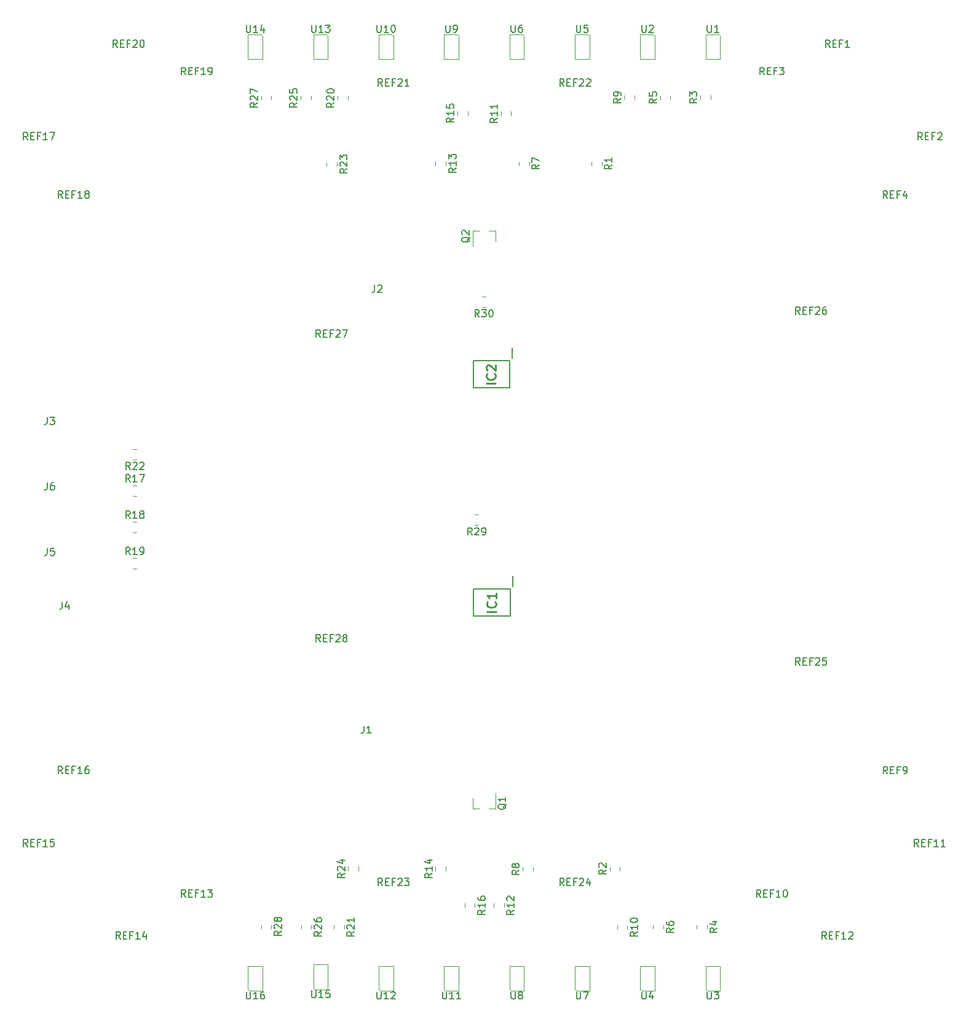
<source format=gto>
G04 #@! TF.GenerationSoftware,KiCad,Pcbnew,(5.0.1)-rc2*
G04 #@! TF.CreationDate,2018-11-13T19:48:18+01:00*
G04 #@! TF.ProjectId,agv-skladiscni-v5,6167762D736B6C61646973636E692D76,rev?*
G04 #@! TF.SameCoordinates,Original*
G04 #@! TF.FileFunction,Legend,Top*
G04 #@! TF.FilePolarity,Positive*
%FSLAX46Y46*%
G04 Gerber Fmt 4.6, Leading zero omitted, Abs format (unit mm)*
G04 Created by KiCad (PCBNEW (5.0.1)-rc2) date 13-Nov-18 07:48:18 PM*
%MOMM*%
%LPD*%
G01*
G04 APERTURE LIST*
%ADD10C,0.120000*%
%ADD11C,0.200000*%
%ADD12C,0.150000*%
%ADD13C,0.254000*%
G04 APERTURE END LIST*
D10*
G04 #@! TO.C,U11*
X84470000Y-152300000D02*
X84470000Y-155500000D01*
X84470000Y-155500000D02*
X84670000Y-155700000D01*
X84670000Y-155700000D02*
X86470000Y-155700000D01*
X86470000Y-155700000D02*
X86470000Y-152300000D01*
X86470000Y-152300000D02*
X84470000Y-152300000D01*
G04 #@! TO.C,U12*
X75470000Y-152300000D02*
X75470000Y-155500000D01*
X75470000Y-155500000D02*
X75670000Y-155700000D01*
X75670000Y-155700000D02*
X77470000Y-155700000D01*
X77470000Y-155700000D02*
X77470000Y-152300000D01*
X77470000Y-152300000D02*
X75470000Y-152300000D01*
G04 #@! TO.C,U15*
X66470000Y-152100000D02*
X66470000Y-155300000D01*
X66470000Y-155300000D02*
X66670000Y-155500000D01*
X66670000Y-155500000D02*
X68470000Y-155500000D01*
X68470000Y-155500000D02*
X68470000Y-152100000D01*
X68470000Y-152100000D02*
X66470000Y-152100000D01*
G04 #@! TO.C,U13*
X68470000Y-27500000D02*
X68470000Y-24300000D01*
X68470000Y-24300000D02*
X68270000Y-24100000D01*
X68270000Y-24100000D02*
X66470000Y-24100000D01*
X66470000Y-24100000D02*
X66470000Y-27500000D01*
X66470000Y-27500000D02*
X68470000Y-27500000D01*
G04 #@! TO.C,U14*
X59470000Y-27500000D02*
X59470000Y-24300000D01*
X59470000Y-24300000D02*
X59270000Y-24100000D01*
X59270000Y-24100000D02*
X57470000Y-24100000D01*
X57470000Y-24100000D02*
X57470000Y-27500000D01*
X57470000Y-27500000D02*
X59470000Y-27500000D01*
G04 #@! TO.C,U16*
X57470000Y-152300000D02*
X57470000Y-155500000D01*
X57470000Y-155500000D02*
X57670000Y-155700000D01*
X57670000Y-155700000D02*
X59470000Y-155700000D01*
X59470000Y-155700000D02*
X59470000Y-152300000D01*
X59470000Y-152300000D02*
X57470000Y-152300000D01*
G04 #@! TO.C,U10*
X77470000Y-27500000D02*
X77470000Y-24300000D01*
X77470000Y-24300000D02*
X77270000Y-24100000D01*
X77270000Y-24100000D02*
X75470000Y-24100000D01*
X75470000Y-24100000D02*
X75470000Y-27500000D01*
X75470000Y-27500000D02*
X77470000Y-27500000D01*
G04 #@! TO.C,U7*
X102470000Y-152300000D02*
X102470000Y-155500000D01*
X102470000Y-155500000D02*
X102670000Y-155700000D01*
X102670000Y-155700000D02*
X104470000Y-155700000D01*
X104470000Y-155700000D02*
X104470000Y-152300000D01*
X104470000Y-152300000D02*
X102470000Y-152300000D01*
G04 #@! TO.C,U8*
X93470000Y-152300000D02*
X93470000Y-155500000D01*
X93470000Y-155500000D02*
X93670000Y-155700000D01*
X93670000Y-155700000D02*
X95470000Y-155700000D01*
X95470000Y-155700000D02*
X95470000Y-152300000D01*
X95470000Y-152300000D02*
X93470000Y-152300000D01*
G04 #@! TO.C,U1*
X122470000Y-27500000D02*
X122470000Y-24300000D01*
X122470000Y-24300000D02*
X122270000Y-24100000D01*
X122270000Y-24100000D02*
X120470000Y-24100000D01*
X120470000Y-24100000D02*
X120470000Y-27500000D01*
X120470000Y-27500000D02*
X122470000Y-27500000D01*
G04 #@! TO.C,U9*
X86470000Y-27500000D02*
X86470000Y-24300000D01*
X86470000Y-24300000D02*
X86270000Y-24100000D01*
X86270000Y-24100000D02*
X84470000Y-24100000D01*
X84470000Y-24100000D02*
X84470000Y-27500000D01*
X84470000Y-27500000D02*
X86470000Y-27500000D01*
G04 #@! TO.C,U3*
X120470000Y-152300000D02*
X120470000Y-155500000D01*
X120470000Y-155500000D02*
X120670000Y-155700000D01*
X120670000Y-155700000D02*
X122470000Y-155700000D01*
X122470000Y-155700000D02*
X122470000Y-152300000D01*
X122470000Y-152300000D02*
X120470000Y-152300000D01*
G04 #@! TO.C,U4*
X111470000Y-152300000D02*
X111470000Y-155500000D01*
X111470000Y-155500000D02*
X111670000Y-155700000D01*
X111670000Y-155700000D02*
X113470000Y-155700000D01*
X113470000Y-155700000D02*
X113470000Y-152300000D01*
X113470000Y-152300000D02*
X111470000Y-152300000D01*
G04 #@! TO.C,U5*
X104470000Y-27500000D02*
X104470000Y-24300000D01*
X104470000Y-24300000D02*
X104270000Y-24100000D01*
X104270000Y-24100000D02*
X102470000Y-24100000D01*
X102470000Y-24100000D02*
X102470000Y-27500000D01*
X102470000Y-27500000D02*
X104470000Y-27500000D01*
G04 #@! TO.C,U2*
X113470000Y-27500000D02*
X113470000Y-24300000D01*
X113470000Y-24300000D02*
X113270000Y-24100000D01*
X113270000Y-24100000D02*
X111470000Y-24100000D01*
X111470000Y-24100000D02*
X111470000Y-27500000D01*
X111470000Y-27500000D02*
X113470000Y-27500000D01*
G04 #@! TO.C,U6*
X95470000Y-27500000D02*
X95470000Y-24300000D01*
X95470000Y-24300000D02*
X95270000Y-24100000D01*
X95270000Y-24100000D02*
X93470000Y-24100000D01*
X93470000Y-24100000D02*
X93470000Y-27500000D01*
X93470000Y-27500000D02*
X95470000Y-27500000D01*
G04 #@! TO.C,R26*
X64760000Y-146663748D02*
X64760000Y-147186252D01*
X66180000Y-146663748D02*
X66180000Y-147186252D01*
G04 #@! TO.C,R23*
X68290000Y-41713748D02*
X68290000Y-42236252D01*
X69710000Y-41713748D02*
X69710000Y-42236252D01*
G04 #@! TO.C,R27*
X59260000Y-33136252D02*
X59260000Y-32613748D01*
X60680000Y-33136252D02*
X60680000Y-32613748D01*
G04 #@! TO.C,R28*
X60680000Y-146613748D02*
X60680000Y-147136252D01*
X59260000Y-146613748D02*
X59260000Y-147136252D01*
G04 #@! TO.C,R22*
X42131252Y-81190000D02*
X41608748Y-81190000D01*
X42131252Y-82610000D02*
X41608748Y-82610000D01*
G04 #@! TO.C,R20*
X69790000Y-33151252D02*
X69790000Y-32628748D01*
X71210000Y-33151252D02*
X71210000Y-32628748D01*
G04 #@! TO.C,R25*
X64710000Y-33151252D02*
X64710000Y-32628748D01*
X66130000Y-33151252D02*
X66130000Y-32628748D01*
G04 #@! TO.C,R24*
X72680000Y-139161252D02*
X72680000Y-138638748D01*
X71260000Y-139161252D02*
X71260000Y-138638748D01*
G04 #@! TO.C,R30*
X90206252Y-61610000D02*
X89683748Y-61610000D01*
X90206252Y-60190000D02*
X89683748Y-60190000D01*
G04 #@! TO.C,R29*
X89206252Y-91610000D02*
X88683748Y-91610000D01*
X89206252Y-90190000D02*
X88683748Y-90190000D01*
G04 #@! TO.C,R21*
X69290000Y-146663748D02*
X69290000Y-147186252D01*
X70710000Y-146663748D02*
X70710000Y-147186252D01*
G04 #@! TO.C,Q2*
X91550000Y-51140000D02*
X90620000Y-51140000D01*
X88390000Y-51140000D02*
X89320000Y-51140000D01*
X88390000Y-51140000D02*
X88390000Y-53300000D01*
X91550000Y-51140000D02*
X91550000Y-52600000D01*
D11*
G04 #@! TO.C,IC2*
X93820000Y-67250000D02*
X93820000Y-68700000D01*
X88470000Y-69050000D02*
X93470000Y-69050000D01*
X88470000Y-72750000D02*
X88470000Y-69050000D01*
X93470000Y-72750000D02*
X88470000Y-72750000D01*
X93470000Y-69050000D02*
X93470000Y-72750000D01*
D10*
G04 #@! TO.C,R1*
X104760000Y-41638748D02*
X104760000Y-42161252D01*
X106180000Y-41638748D02*
X106180000Y-42161252D01*
G04 #@! TO.C,Q1*
X88390000Y-130660000D02*
X88390000Y-129200000D01*
X91550000Y-130660000D02*
X91550000Y-128500000D01*
X91550000Y-130660000D02*
X90620000Y-130660000D01*
X88390000Y-130660000D02*
X89320000Y-130660000D01*
D11*
G04 #@! TO.C,IC1*
X93545000Y-100425000D02*
X93545000Y-104125000D01*
X93545000Y-104125000D02*
X88545000Y-104125000D01*
X88545000Y-104125000D02*
X88545000Y-100425000D01*
X88545000Y-100425000D02*
X93545000Y-100425000D01*
X93895000Y-98625000D02*
X93895000Y-100075000D01*
D10*
G04 #@! TO.C,R6*
X113260000Y-146663748D02*
X113260000Y-147186252D01*
X114680000Y-146663748D02*
X114680000Y-147186252D01*
G04 #@! TO.C,R16*
X87290000Y-143713748D02*
X87290000Y-144236252D01*
X88710000Y-143713748D02*
X88710000Y-144236252D01*
G04 #@! TO.C,R15*
X87710000Y-35236252D02*
X87710000Y-34713748D01*
X86290000Y-35236252D02*
X86290000Y-34713748D01*
G04 #@! TO.C,R2*
X107260000Y-139186252D02*
X107260000Y-138663748D01*
X108680000Y-139186252D02*
X108680000Y-138663748D01*
G04 #@! TO.C,R17*
X41608748Y-87610000D02*
X42131252Y-87610000D01*
X41608748Y-86190000D02*
X42131252Y-86190000D01*
G04 #@! TO.C,R8*
X95290000Y-139236252D02*
X95290000Y-138713748D01*
X96710000Y-139236252D02*
X96710000Y-138713748D01*
G04 #@! TO.C,R18*
X41608748Y-91190000D02*
X42131252Y-91190000D01*
X41608748Y-92610000D02*
X42131252Y-92610000D01*
G04 #@! TO.C,R19*
X41608748Y-97610000D02*
X42131252Y-97610000D01*
X41608748Y-96190000D02*
X42131252Y-96190000D01*
G04 #@! TO.C,R14*
X83290000Y-139161252D02*
X83290000Y-138638748D01*
X84710000Y-139161252D02*
X84710000Y-138638748D01*
G04 #@! TO.C,R3*
X121180000Y-33066252D02*
X121180000Y-32543748D01*
X119760000Y-33066252D02*
X119760000Y-32543748D01*
G04 #@! TO.C,R9*
X110710000Y-33066252D02*
X110710000Y-32543748D01*
X109290000Y-33066252D02*
X109290000Y-32543748D01*
G04 #@! TO.C,R10*
X109710000Y-146713748D02*
X109710000Y-147236252D01*
X108290000Y-146713748D02*
X108290000Y-147236252D01*
G04 #@! TO.C,R12*
X91290000Y-143713748D02*
X91290000Y-144236252D01*
X92710000Y-143713748D02*
X92710000Y-144236252D01*
G04 #@! TO.C,R13*
X84710000Y-41613748D02*
X84710000Y-42136252D01*
X83290000Y-41613748D02*
X83290000Y-42136252D01*
G04 #@! TO.C,R4*
X120680000Y-146638748D02*
X120680000Y-147161252D01*
X119260000Y-146638748D02*
X119260000Y-147161252D01*
G04 #@! TO.C,R7*
X94760000Y-41638748D02*
X94760000Y-42161252D01*
X96180000Y-41638748D02*
X96180000Y-42161252D01*
G04 #@! TO.C,R11*
X92290000Y-35286252D02*
X92290000Y-34763748D01*
X93710000Y-35286252D02*
X93710000Y-34763748D01*
G04 #@! TO.C,R5*
X114210000Y-33091252D02*
X114210000Y-32568748D01*
X115630000Y-33091252D02*
X115630000Y-32568748D01*
G04 #@! TO.C,U11*
D12*
X84231904Y-155852380D02*
X84231904Y-156661904D01*
X84279523Y-156757142D01*
X84327142Y-156804761D01*
X84422380Y-156852380D01*
X84612857Y-156852380D01*
X84708095Y-156804761D01*
X84755714Y-156757142D01*
X84803333Y-156661904D01*
X84803333Y-155852380D01*
X85803333Y-156852380D02*
X85231904Y-156852380D01*
X85517619Y-156852380D02*
X85517619Y-155852380D01*
X85422380Y-155995238D01*
X85327142Y-156090476D01*
X85231904Y-156138095D01*
X86755714Y-156852380D02*
X86184285Y-156852380D01*
X86470000Y-156852380D02*
X86470000Y-155852380D01*
X86374761Y-155995238D01*
X86279523Y-156090476D01*
X86184285Y-156138095D01*
G04 #@! TO.C,U12*
X75231904Y-155852380D02*
X75231904Y-156661904D01*
X75279523Y-156757142D01*
X75327142Y-156804761D01*
X75422380Y-156852380D01*
X75612857Y-156852380D01*
X75708095Y-156804761D01*
X75755714Y-156757142D01*
X75803333Y-156661904D01*
X75803333Y-155852380D01*
X76803333Y-156852380D02*
X76231904Y-156852380D01*
X76517619Y-156852380D02*
X76517619Y-155852380D01*
X76422380Y-155995238D01*
X76327142Y-156090476D01*
X76231904Y-156138095D01*
X77184285Y-155947619D02*
X77231904Y-155900000D01*
X77327142Y-155852380D01*
X77565238Y-155852380D01*
X77660476Y-155900000D01*
X77708095Y-155947619D01*
X77755714Y-156042857D01*
X77755714Y-156138095D01*
X77708095Y-156280952D01*
X77136666Y-156852380D01*
X77755714Y-156852380D01*
G04 #@! TO.C,U15*
X66231904Y-155652380D02*
X66231904Y-156461904D01*
X66279523Y-156557142D01*
X66327142Y-156604761D01*
X66422380Y-156652380D01*
X66612857Y-156652380D01*
X66708095Y-156604761D01*
X66755714Y-156557142D01*
X66803333Y-156461904D01*
X66803333Y-155652380D01*
X67803333Y-156652380D02*
X67231904Y-156652380D01*
X67517619Y-156652380D02*
X67517619Y-155652380D01*
X67422380Y-155795238D01*
X67327142Y-155890476D01*
X67231904Y-155938095D01*
X68708095Y-155652380D02*
X68231904Y-155652380D01*
X68184285Y-156128571D01*
X68231904Y-156080952D01*
X68327142Y-156033333D01*
X68565238Y-156033333D01*
X68660476Y-156080952D01*
X68708095Y-156128571D01*
X68755714Y-156223809D01*
X68755714Y-156461904D01*
X68708095Y-156557142D01*
X68660476Y-156604761D01*
X68565238Y-156652380D01*
X68327142Y-156652380D01*
X68231904Y-156604761D01*
X68184285Y-156557142D01*
G04 #@! TO.C,U13*
X66231904Y-22852380D02*
X66231904Y-23661904D01*
X66279523Y-23757142D01*
X66327142Y-23804761D01*
X66422380Y-23852380D01*
X66612857Y-23852380D01*
X66708095Y-23804761D01*
X66755714Y-23757142D01*
X66803333Y-23661904D01*
X66803333Y-22852380D01*
X67803333Y-23852380D02*
X67231904Y-23852380D01*
X67517619Y-23852380D02*
X67517619Y-22852380D01*
X67422380Y-22995238D01*
X67327142Y-23090476D01*
X67231904Y-23138095D01*
X68136666Y-22852380D02*
X68755714Y-22852380D01*
X68422380Y-23233333D01*
X68565238Y-23233333D01*
X68660476Y-23280952D01*
X68708095Y-23328571D01*
X68755714Y-23423809D01*
X68755714Y-23661904D01*
X68708095Y-23757142D01*
X68660476Y-23804761D01*
X68565238Y-23852380D01*
X68279523Y-23852380D01*
X68184285Y-23804761D01*
X68136666Y-23757142D01*
G04 #@! TO.C,U14*
X57231904Y-22852380D02*
X57231904Y-23661904D01*
X57279523Y-23757142D01*
X57327142Y-23804761D01*
X57422380Y-23852380D01*
X57612857Y-23852380D01*
X57708095Y-23804761D01*
X57755714Y-23757142D01*
X57803333Y-23661904D01*
X57803333Y-22852380D01*
X58803333Y-23852380D02*
X58231904Y-23852380D01*
X58517619Y-23852380D02*
X58517619Y-22852380D01*
X58422380Y-22995238D01*
X58327142Y-23090476D01*
X58231904Y-23138095D01*
X59660476Y-23185714D02*
X59660476Y-23852380D01*
X59422380Y-22804761D02*
X59184285Y-23519047D01*
X59803333Y-23519047D01*
G04 #@! TO.C,U16*
X57231904Y-155852380D02*
X57231904Y-156661904D01*
X57279523Y-156757142D01*
X57327142Y-156804761D01*
X57422380Y-156852380D01*
X57612857Y-156852380D01*
X57708095Y-156804761D01*
X57755714Y-156757142D01*
X57803333Y-156661904D01*
X57803333Y-155852380D01*
X58803333Y-156852380D02*
X58231904Y-156852380D01*
X58517619Y-156852380D02*
X58517619Y-155852380D01*
X58422380Y-155995238D01*
X58327142Y-156090476D01*
X58231904Y-156138095D01*
X59660476Y-155852380D02*
X59470000Y-155852380D01*
X59374761Y-155900000D01*
X59327142Y-155947619D01*
X59231904Y-156090476D01*
X59184285Y-156280952D01*
X59184285Y-156661904D01*
X59231904Y-156757142D01*
X59279523Y-156804761D01*
X59374761Y-156852380D01*
X59565238Y-156852380D01*
X59660476Y-156804761D01*
X59708095Y-156757142D01*
X59755714Y-156661904D01*
X59755714Y-156423809D01*
X59708095Y-156328571D01*
X59660476Y-156280952D01*
X59565238Y-156233333D01*
X59374761Y-156233333D01*
X59279523Y-156280952D01*
X59231904Y-156328571D01*
X59184285Y-156423809D01*
G04 #@! TO.C,U10*
X75231904Y-22852380D02*
X75231904Y-23661904D01*
X75279523Y-23757142D01*
X75327142Y-23804761D01*
X75422380Y-23852380D01*
X75612857Y-23852380D01*
X75708095Y-23804761D01*
X75755714Y-23757142D01*
X75803333Y-23661904D01*
X75803333Y-22852380D01*
X76803333Y-23852380D02*
X76231904Y-23852380D01*
X76517619Y-23852380D02*
X76517619Y-22852380D01*
X76422380Y-22995238D01*
X76327142Y-23090476D01*
X76231904Y-23138095D01*
X77422380Y-22852380D02*
X77517619Y-22852380D01*
X77612857Y-22900000D01*
X77660476Y-22947619D01*
X77708095Y-23042857D01*
X77755714Y-23233333D01*
X77755714Y-23471428D01*
X77708095Y-23661904D01*
X77660476Y-23757142D01*
X77612857Y-23804761D01*
X77517619Y-23852380D01*
X77422380Y-23852380D01*
X77327142Y-23804761D01*
X77279523Y-23757142D01*
X77231904Y-23661904D01*
X77184285Y-23471428D01*
X77184285Y-23233333D01*
X77231904Y-23042857D01*
X77279523Y-22947619D01*
X77327142Y-22900000D01*
X77422380Y-22852380D01*
G04 #@! TO.C,U7*
X102708095Y-155852380D02*
X102708095Y-156661904D01*
X102755714Y-156757142D01*
X102803333Y-156804761D01*
X102898571Y-156852380D01*
X103089047Y-156852380D01*
X103184285Y-156804761D01*
X103231904Y-156757142D01*
X103279523Y-156661904D01*
X103279523Y-155852380D01*
X103660476Y-155852380D02*
X104327142Y-155852380D01*
X103898571Y-156852380D01*
G04 #@! TO.C,U8*
X93708095Y-155852380D02*
X93708095Y-156661904D01*
X93755714Y-156757142D01*
X93803333Y-156804761D01*
X93898571Y-156852380D01*
X94089047Y-156852380D01*
X94184285Y-156804761D01*
X94231904Y-156757142D01*
X94279523Y-156661904D01*
X94279523Y-155852380D01*
X94898571Y-156280952D02*
X94803333Y-156233333D01*
X94755714Y-156185714D01*
X94708095Y-156090476D01*
X94708095Y-156042857D01*
X94755714Y-155947619D01*
X94803333Y-155900000D01*
X94898571Y-155852380D01*
X95089047Y-155852380D01*
X95184285Y-155900000D01*
X95231904Y-155947619D01*
X95279523Y-156042857D01*
X95279523Y-156090476D01*
X95231904Y-156185714D01*
X95184285Y-156233333D01*
X95089047Y-156280952D01*
X94898571Y-156280952D01*
X94803333Y-156328571D01*
X94755714Y-156376190D01*
X94708095Y-156471428D01*
X94708095Y-156661904D01*
X94755714Y-156757142D01*
X94803333Y-156804761D01*
X94898571Y-156852380D01*
X95089047Y-156852380D01*
X95184285Y-156804761D01*
X95231904Y-156757142D01*
X95279523Y-156661904D01*
X95279523Y-156471428D01*
X95231904Y-156376190D01*
X95184285Y-156328571D01*
X95089047Y-156280952D01*
G04 #@! TO.C,U1*
X120708095Y-22852380D02*
X120708095Y-23661904D01*
X120755714Y-23757142D01*
X120803333Y-23804761D01*
X120898571Y-23852380D01*
X121089047Y-23852380D01*
X121184285Y-23804761D01*
X121231904Y-23757142D01*
X121279523Y-23661904D01*
X121279523Y-22852380D01*
X122279523Y-23852380D02*
X121708095Y-23852380D01*
X121993809Y-23852380D02*
X121993809Y-22852380D01*
X121898571Y-22995238D01*
X121803333Y-23090476D01*
X121708095Y-23138095D01*
G04 #@! TO.C,U9*
X84708095Y-22852380D02*
X84708095Y-23661904D01*
X84755714Y-23757142D01*
X84803333Y-23804761D01*
X84898571Y-23852380D01*
X85089047Y-23852380D01*
X85184285Y-23804761D01*
X85231904Y-23757142D01*
X85279523Y-23661904D01*
X85279523Y-22852380D01*
X85803333Y-23852380D02*
X85993809Y-23852380D01*
X86089047Y-23804761D01*
X86136666Y-23757142D01*
X86231904Y-23614285D01*
X86279523Y-23423809D01*
X86279523Y-23042857D01*
X86231904Y-22947619D01*
X86184285Y-22900000D01*
X86089047Y-22852380D01*
X85898571Y-22852380D01*
X85803333Y-22900000D01*
X85755714Y-22947619D01*
X85708095Y-23042857D01*
X85708095Y-23280952D01*
X85755714Y-23376190D01*
X85803333Y-23423809D01*
X85898571Y-23471428D01*
X86089047Y-23471428D01*
X86184285Y-23423809D01*
X86231904Y-23376190D01*
X86279523Y-23280952D01*
G04 #@! TO.C,U3*
X120708095Y-155852380D02*
X120708095Y-156661904D01*
X120755714Y-156757142D01*
X120803333Y-156804761D01*
X120898571Y-156852380D01*
X121089047Y-156852380D01*
X121184285Y-156804761D01*
X121231904Y-156757142D01*
X121279523Y-156661904D01*
X121279523Y-155852380D01*
X121660476Y-155852380D02*
X122279523Y-155852380D01*
X121946190Y-156233333D01*
X122089047Y-156233333D01*
X122184285Y-156280952D01*
X122231904Y-156328571D01*
X122279523Y-156423809D01*
X122279523Y-156661904D01*
X122231904Y-156757142D01*
X122184285Y-156804761D01*
X122089047Y-156852380D01*
X121803333Y-156852380D01*
X121708095Y-156804761D01*
X121660476Y-156757142D01*
G04 #@! TO.C,U4*
X111708095Y-155852380D02*
X111708095Y-156661904D01*
X111755714Y-156757142D01*
X111803333Y-156804761D01*
X111898571Y-156852380D01*
X112089047Y-156852380D01*
X112184285Y-156804761D01*
X112231904Y-156757142D01*
X112279523Y-156661904D01*
X112279523Y-155852380D01*
X113184285Y-156185714D02*
X113184285Y-156852380D01*
X112946190Y-155804761D02*
X112708095Y-156519047D01*
X113327142Y-156519047D01*
G04 #@! TO.C,U5*
X102708095Y-22852380D02*
X102708095Y-23661904D01*
X102755714Y-23757142D01*
X102803333Y-23804761D01*
X102898571Y-23852380D01*
X103089047Y-23852380D01*
X103184285Y-23804761D01*
X103231904Y-23757142D01*
X103279523Y-23661904D01*
X103279523Y-22852380D01*
X104231904Y-22852380D02*
X103755714Y-22852380D01*
X103708095Y-23328571D01*
X103755714Y-23280952D01*
X103850952Y-23233333D01*
X104089047Y-23233333D01*
X104184285Y-23280952D01*
X104231904Y-23328571D01*
X104279523Y-23423809D01*
X104279523Y-23661904D01*
X104231904Y-23757142D01*
X104184285Y-23804761D01*
X104089047Y-23852380D01*
X103850952Y-23852380D01*
X103755714Y-23804761D01*
X103708095Y-23757142D01*
G04 #@! TO.C,U2*
X111708095Y-22852380D02*
X111708095Y-23661904D01*
X111755714Y-23757142D01*
X111803333Y-23804761D01*
X111898571Y-23852380D01*
X112089047Y-23852380D01*
X112184285Y-23804761D01*
X112231904Y-23757142D01*
X112279523Y-23661904D01*
X112279523Y-22852380D01*
X112708095Y-22947619D02*
X112755714Y-22900000D01*
X112850952Y-22852380D01*
X113089047Y-22852380D01*
X113184285Y-22900000D01*
X113231904Y-22947619D01*
X113279523Y-23042857D01*
X113279523Y-23138095D01*
X113231904Y-23280952D01*
X112660476Y-23852380D01*
X113279523Y-23852380D01*
G04 #@! TO.C,U6*
X93708095Y-22852380D02*
X93708095Y-23661904D01*
X93755714Y-23757142D01*
X93803333Y-23804761D01*
X93898571Y-23852380D01*
X94089047Y-23852380D01*
X94184285Y-23804761D01*
X94231904Y-23757142D01*
X94279523Y-23661904D01*
X94279523Y-22852380D01*
X95184285Y-22852380D02*
X94993809Y-22852380D01*
X94898571Y-22900000D01*
X94850952Y-22947619D01*
X94755714Y-23090476D01*
X94708095Y-23280952D01*
X94708095Y-23661904D01*
X94755714Y-23757142D01*
X94803333Y-23804761D01*
X94898571Y-23852380D01*
X95089047Y-23852380D01*
X95184285Y-23804761D01*
X95231904Y-23757142D01*
X95279523Y-23661904D01*
X95279523Y-23423809D01*
X95231904Y-23328571D01*
X95184285Y-23280952D01*
X95089047Y-23233333D01*
X94898571Y-23233333D01*
X94803333Y-23280952D01*
X94755714Y-23328571D01*
X94708095Y-23423809D01*
G04 #@! TO.C,REF2*
X150292380Y-38642380D02*
X149959047Y-38166190D01*
X149720952Y-38642380D02*
X149720952Y-37642380D01*
X150101904Y-37642380D01*
X150197142Y-37690000D01*
X150244761Y-37737619D01*
X150292380Y-37832857D01*
X150292380Y-37975714D01*
X150244761Y-38070952D01*
X150197142Y-38118571D01*
X150101904Y-38166190D01*
X149720952Y-38166190D01*
X150720952Y-38118571D02*
X151054285Y-38118571D01*
X151197142Y-38642380D02*
X150720952Y-38642380D01*
X150720952Y-37642380D01*
X151197142Y-37642380D01*
X151959047Y-38118571D02*
X151625714Y-38118571D01*
X151625714Y-38642380D02*
X151625714Y-37642380D01*
X152101904Y-37642380D01*
X152435238Y-37737619D02*
X152482857Y-37690000D01*
X152578095Y-37642380D01*
X152816190Y-37642380D01*
X152911428Y-37690000D01*
X152959047Y-37737619D01*
X153006666Y-37832857D01*
X153006666Y-37928095D01*
X152959047Y-38070952D01*
X152387619Y-38642380D01*
X153006666Y-38642380D01*
G04 #@! TO.C,R26*
X67572380Y-147567857D02*
X67096190Y-147901190D01*
X67572380Y-148139285D02*
X66572380Y-148139285D01*
X66572380Y-147758333D01*
X66620000Y-147663095D01*
X66667619Y-147615476D01*
X66762857Y-147567857D01*
X66905714Y-147567857D01*
X67000952Y-147615476D01*
X67048571Y-147663095D01*
X67096190Y-147758333D01*
X67096190Y-148139285D01*
X66667619Y-147186904D02*
X66620000Y-147139285D01*
X66572380Y-147044047D01*
X66572380Y-146805952D01*
X66620000Y-146710714D01*
X66667619Y-146663095D01*
X66762857Y-146615476D01*
X66858095Y-146615476D01*
X67000952Y-146663095D01*
X67572380Y-147234523D01*
X67572380Y-146615476D01*
X66572380Y-145758333D02*
X66572380Y-145948809D01*
X66620000Y-146044047D01*
X66667619Y-146091666D01*
X66810476Y-146186904D01*
X67000952Y-146234523D01*
X67381904Y-146234523D01*
X67477142Y-146186904D01*
X67524761Y-146139285D01*
X67572380Y-146044047D01*
X67572380Y-145853571D01*
X67524761Y-145758333D01*
X67477142Y-145710714D01*
X67381904Y-145663095D01*
X67143809Y-145663095D01*
X67048571Y-145710714D01*
X67000952Y-145758333D01*
X66953333Y-145853571D01*
X66953333Y-146044047D01*
X67000952Y-146139285D01*
X67048571Y-146186904D01*
X67143809Y-146234523D01*
G04 #@! TO.C,R23*
X71102380Y-42617857D02*
X70626190Y-42951190D01*
X71102380Y-43189285D02*
X70102380Y-43189285D01*
X70102380Y-42808333D01*
X70150000Y-42713095D01*
X70197619Y-42665476D01*
X70292857Y-42617857D01*
X70435714Y-42617857D01*
X70530952Y-42665476D01*
X70578571Y-42713095D01*
X70626190Y-42808333D01*
X70626190Y-43189285D01*
X70197619Y-42236904D02*
X70150000Y-42189285D01*
X70102380Y-42094047D01*
X70102380Y-41855952D01*
X70150000Y-41760714D01*
X70197619Y-41713095D01*
X70292857Y-41665476D01*
X70388095Y-41665476D01*
X70530952Y-41713095D01*
X71102380Y-42284523D01*
X71102380Y-41665476D01*
X70102380Y-41332142D02*
X70102380Y-40713095D01*
X70483333Y-41046428D01*
X70483333Y-40903571D01*
X70530952Y-40808333D01*
X70578571Y-40760714D01*
X70673809Y-40713095D01*
X70911904Y-40713095D01*
X71007142Y-40760714D01*
X71054761Y-40808333D01*
X71102380Y-40903571D01*
X71102380Y-41189285D01*
X71054761Y-41284523D01*
X71007142Y-41332142D01*
G04 #@! TO.C,R27*
X58772380Y-33517857D02*
X58296190Y-33851190D01*
X58772380Y-34089285D02*
X57772380Y-34089285D01*
X57772380Y-33708333D01*
X57820000Y-33613095D01*
X57867619Y-33565476D01*
X57962857Y-33517857D01*
X58105714Y-33517857D01*
X58200952Y-33565476D01*
X58248571Y-33613095D01*
X58296190Y-33708333D01*
X58296190Y-34089285D01*
X57867619Y-33136904D02*
X57820000Y-33089285D01*
X57772380Y-32994047D01*
X57772380Y-32755952D01*
X57820000Y-32660714D01*
X57867619Y-32613095D01*
X57962857Y-32565476D01*
X58058095Y-32565476D01*
X58200952Y-32613095D01*
X58772380Y-33184523D01*
X58772380Y-32565476D01*
X57772380Y-32232142D02*
X57772380Y-31565476D01*
X58772380Y-31994047D01*
G04 #@! TO.C,R28*
X62072380Y-147517857D02*
X61596190Y-147851190D01*
X62072380Y-148089285D02*
X61072380Y-148089285D01*
X61072380Y-147708333D01*
X61120000Y-147613095D01*
X61167619Y-147565476D01*
X61262857Y-147517857D01*
X61405714Y-147517857D01*
X61500952Y-147565476D01*
X61548571Y-147613095D01*
X61596190Y-147708333D01*
X61596190Y-148089285D01*
X61167619Y-147136904D02*
X61120000Y-147089285D01*
X61072380Y-146994047D01*
X61072380Y-146755952D01*
X61120000Y-146660714D01*
X61167619Y-146613095D01*
X61262857Y-146565476D01*
X61358095Y-146565476D01*
X61500952Y-146613095D01*
X62072380Y-147184523D01*
X62072380Y-146565476D01*
X61500952Y-145994047D02*
X61453333Y-146089285D01*
X61405714Y-146136904D01*
X61310476Y-146184523D01*
X61262857Y-146184523D01*
X61167619Y-146136904D01*
X61120000Y-146089285D01*
X61072380Y-145994047D01*
X61072380Y-145803571D01*
X61120000Y-145708333D01*
X61167619Y-145660714D01*
X61262857Y-145613095D01*
X61310476Y-145613095D01*
X61405714Y-145660714D01*
X61453333Y-145708333D01*
X61500952Y-145803571D01*
X61500952Y-145994047D01*
X61548571Y-146089285D01*
X61596190Y-146136904D01*
X61691428Y-146184523D01*
X61881904Y-146184523D01*
X61977142Y-146136904D01*
X62024761Y-146089285D01*
X62072380Y-145994047D01*
X62072380Y-145803571D01*
X62024761Y-145708333D01*
X61977142Y-145660714D01*
X61881904Y-145613095D01*
X61691428Y-145613095D01*
X61596190Y-145660714D01*
X61548571Y-145708333D01*
X61500952Y-145803571D01*
G04 #@! TO.C,REF11*
X149816190Y-135862380D02*
X149482857Y-135386190D01*
X149244761Y-135862380D02*
X149244761Y-134862380D01*
X149625714Y-134862380D01*
X149720952Y-134910000D01*
X149768571Y-134957619D01*
X149816190Y-135052857D01*
X149816190Y-135195714D01*
X149768571Y-135290952D01*
X149720952Y-135338571D01*
X149625714Y-135386190D01*
X149244761Y-135386190D01*
X150244761Y-135338571D02*
X150578095Y-135338571D01*
X150720952Y-135862380D02*
X150244761Y-135862380D01*
X150244761Y-134862380D01*
X150720952Y-134862380D01*
X151482857Y-135338571D02*
X151149523Y-135338571D01*
X151149523Y-135862380D02*
X151149523Y-134862380D01*
X151625714Y-134862380D01*
X152530476Y-135862380D02*
X151959047Y-135862380D01*
X152244761Y-135862380D02*
X152244761Y-134862380D01*
X152149523Y-135005238D01*
X152054285Y-135100476D01*
X151959047Y-135148095D01*
X153482857Y-135862380D02*
X152911428Y-135862380D01*
X153197142Y-135862380D02*
X153197142Y-134862380D01*
X153101904Y-135005238D01*
X153006666Y-135100476D01*
X152911428Y-135148095D01*
G04 #@! TO.C,R22*
X41227142Y-84002380D02*
X40893809Y-83526190D01*
X40655714Y-84002380D02*
X40655714Y-83002380D01*
X41036666Y-83002380D01*
X41131904Y-83050000D01*
X41179523Y-83097619D01*
X41227142Y-83192857D01*
X41227142Y-83335714D01*
X41179523Y-83430952D01*
X41131904Y-83478571D01*
X41036666Y-83526190D01*
X40655714Y-83526190D01*
X41608095Y-83097619D02*
X41655714Y-83050000D01*
X41750952Y-83002380D01*
X41989047Y-83002380D01*
X42084285Y-83050000D01*
X42131904Y-83097619D01*
X42179523Y-83192857D01*
X42179523Y-83288095D01*
X42131904Y-83430952D01*
X41560476Y-84002380D01*
X42179523Y-84002380D01*
X42560476Y-83097619D02*
X42608095Y-83050000D01*
X42703333Y-83002380D01*
X42941428Y-83002380D01*
X43036666Y-83050000D01*
X43084285Y-83097619D01*
X43131904Y-83192857D01*
X43131904Y-83288095D01*
X43084285Y-83430952D01*
X42512857Y-84002380D01*
X43131904Y-84002380D01*
G04 #@! TO.C,R20*
X69302380Y-33532857D02*
X68826190Y-33866190D01*
X69302380Y-34104285D02*
X68302380Y-34104285D01*
X68302380Y-33723333D01*
X68350000Y-33628095D01*
X68397619Y-33580476D01*
X68492857Y-33532857D01*
X68635714Y-33532857D01*
X68730952Y-33580476D01*
X68778571Y-33628095D01*
X68826190Y-33723333D01*
X68826190Y-34104285D01*
X68397619Y-33151904D02*
X68350000Y-33104285D01*
X68302380Y-33009047D01*
X68302380Y-32770952D01*
X68350000Y-32675714D01*
X68397619Y-32628095D01*
X68492857Y-32580476D01*
X68588095Y-32580476D01*
X68730952Y-32628095D01*
X69302380Y-33199523D01*
X69302380Y-32580476D01*
X68302380Y-31961428D02*
X68302380Y-31866190D01*
X68350000Y-31770952D01*
X68397619Y-31723333D01*
X68492857Y-31675714D01*
X68683333Y-31628095D01*
X68921428Y-31628095D01*
X69111904Y-31675714D01*
X69207142Y-31723333D01*
X69254761Y-31770952D01*
X69302380Y-31866190D01*
X69302380Y-31961428D01*
X69254761Y-32056666D01*
X69207142Y-32104285D01*
X69111904Y-32151904D01*
X68921428Y-32199523D01*
X68683333Y-32199523D01*
X68492857Y-32151904D01*
X68397619Y-32104285D01*
X68350000Y-32056666D01*
X68302380Y-31961428D01*
G04 #@! TO.C,R25*
X64222380Y-33532857D02*
X63746190Y-33866190D01*
X64222380Y-34104285D02*
X63222380Y-34104285D01*
X63222380Y-33723333D01*
X63270000Y-33628095D01*
X63317619Y-33580476D01*
X63412857Y-33532857D01*
X63555714Y-33532857D01*
X63650952Y-33580476D01*
X63698571Y-33628095D01*
X63746190Y-33723333D01*
X63746190Y-34104285D01*
X63317619Y-33151904D02*
X63270000Y-33104285D01*
X63222380Y-33009047D01*
X63222380Y-32770952D01*
X63270000Y-32675714D01*
X63317619Y-32628095D01*
X63412857Y-32580476D01*
X63508095Y-32580476D01*
X63650952Y-32628095D01*
X64222380Y-33199523D01*
X64222380Y-32580476D01*
X63222380Y-31675714D02*
X63222380Y-32151904D01*
X63698571Y-32199523D01*
X63650952Y-32151904D01*
X63603333Y-32056666D01*
X63603333Y-31818571D01*
X63650952Y-31723333D01*
X63698571Y-31675714D01*
X63793809Y-31628095D01*
X64031904Y-31628095D01*
X64127142Y-31675714D01*
X64174761Y-31723333D01*
X64222380Y-31818571D01*
X64222380Y-32056666D01*
X64174761Y-32151904D01*
X64127142Y-32199523D01*
G04 #@! TO.C,R24*
X70772380Y-139542857D02*
X70296190Y-139876190D01*
X70772380Y-140114285D02*
X69772380Y-140114285D01*
X69772380Y-139733333D01*
X69820000Y-139638095D01*
X69867619Y-139590476D01*
X69962857Y-139542857D01*
X70105714Y-139542857D01*
X70200952Y-139590476D01*
X70248571Y-139638095D01*
X70296190Y-139733333D01*
X70296190Y-140114285D01*
X69867619Y-139161904D02*
X69820000Y-139114285D01*
X69772380Y-139019047D01*
X69772380Y-138780952D01*
X69820000Y-138685714D01*
X69867619Y-138638095D01*
X69962857Y-138590476D01*
X70058095Y-138590476D01*
X70200952Y-138638095D01*
X70772380Y-139209523D01*
X70772380Y-138590476D01*
X70105714Y-137733333D02*
X70772380Y-137733333D01*
X69724761Y-137971428D02*
X70439047Y-138209523D01*
X70439047Y-137590476D01*
G04 #@! TO.C,R30*
X89302142Y-63002380D02*
X88968809Y-62526190D01*
X88730714Y-63002380D02*
X88730714Y-62002380D01*
X89111666Y-62002380D01*
X89206904Y-62050000D01*
X89254523Y-62097619D01*
X89302142Y-62192857D01*
X89302142Y-62335714D01*
X89254523Y-62430952D01*
X89206904Y-62478571D01*
X89111666Y-62526190D01*
X88730714Y-62526190D01*
X89635476Y-62002380D02*
X90254523Y-62002380D01*
X89921190Y-62383333D01*
X90064047Y-62383333D01*
X90159285Y-62430952D01*
X90206904Y-62478571D01*
X90254523Y-62573809D01*
X90254523Y-62811904D01*
X90206904Y-62907142D01*
X90159285Y-62954761D01*
X90064047Y-63002380D01*
X89778333Y-63002380D01*
X89683095Y-62954761D01*
X89635476Y-62907142D01*
X90873571Y-62002380D02*
X90968809Y-62002380D01*
X91064047Y-62050000D01*
X91111666Y-62097619D01*
X91159285Y-62192857D01*
X91206904Y-62383333D01*
X91206904Y-62621428D01*
X91159285Y-62811904D01*
X91111666Y-62907142D01*
X91064047Y-62954761D01*
X90968809Y-63002380D01*
X90873571Y-63002380D01*
X90778333Y-62954761D01*
X90730714Y-62907142D01*
X90683095Y-62811904D01*
X90635476Y-62621428D01*
X90635476Y-62383333D01*
X90683095Y-62192857D01*
X90730714Y-62097619D01*
X90778333Y-62050000D01*
X90873571Y-62002380D01*
G04 #@! TO.C,REF1*
X137572380Y-25912380D02*
X137239047Y-25436190D01*
X137000952Y-25912380D02*
X137000952Y-24912380D01*
X137381904Y-24912380D01*
X137477142Y-24960000D01*
X137524761Y-25007619D01*
X137572380Y-25102857D01*
X137572380Y-25245714D01*
X137524761Y-25340952D01*
X137477142Y-25388571D01*
X137381904Y-25436190D01*
X137000952Y-25436190D01*
X138000952Y-25388571D02*
X138334285Y-25388571D01*
X138477142Y-25912380D02*
X138000952Y-25912380D01*
X138000952Y-24912380D01*
X138477142Y-24912380D01*
X139239047Y-25388571D02*
X138905714Y-25388571D01*
X138905714Y-25912380D02*
X138905714Y-24912380D01*
X139381904Y-24912380D01*
X140286666Y-25912380D02*
X139715238Y-25912380D01*
X140000952Y-25912380D02*
X140000952Y-24912380D01*
X139905714Y-25055238D01*
X139810476Y-25150476D01*
X139715238Y-25198095D01*
G04 #@! TO.C,R29*
X88302142Y-93002380D02*
X87968809Y-92526190D01*
X87730714Y-93002380D02*
X87730714Y-92002380D01*
X88111666Y-92002380D01*
X88206904Y-92050000D01*
X88254523Y-92097619D01*
X88302142Y-92192857D01*
X88302142Y-92335714D01*
X88254523Y-92430952D01*
X88206904Y-92478571D01*
X88111666Y-92526190D01*
X87730714Y-92526190D01*
X88683095Y-92097619D02*
X88730714Y-92050000D01*
X88825952Y-92002380D01*
X89064047Y-92002380D01*
X89159285Y-92050000D01*
X89206904Y-92097619D01*
X89254523Y-92192857D01*
X89254523Y-92288095D01*
X89206904Y-92430952D01*
X88635476Y-93002380D01*
X89254523Y-93002380D01*
X89730714Y-93002380D02*
X89921190Y-93002380D01*
X90016428Y-92954761D01*
X90064047Y-92907142D01*
X90159285Y-92764285D01*
X90206904Y-92573809D01*
X90206904Y-92192857D01*
X90159285Y-92097619D01*
X90111666Y-92050000D01*
X90016428Y-92002380D01*
X89825952Y-92002380D01*
X89730714Y-92050000D01*
X89683095Y-92097619D01*
X89635476Y-92192857D01*
X89635476Y-92430952D01*
X89683095Y-92526190D01*
X89730714Y-92573809D01*
X89825952Y-92621428D01*
X90016428Y-92621428D01*
X90111666Y-92573809D01*
X90159285Y-92526190D01*
X90206904Y-92430952D01*
G04 #@! TO.C,R21*
X72102380Y-147567857D02*
X71626190Y-147901190D01*
X72102380Y-148139285D02*
X71102380Y-148139285D01*
X71102380Y-147758333D01*
X71150000Y-147663095D01*
X71197619Y-147615476D01*
X71292857Y-147567857D01*
X71435714Y-147567857D01*
X71530952Y-147615476D01*
X71578571Y-147663095D01*
X71626190Y-147758333D01*
X71626190Y-148139285D01*
X71197619Y-147186904D02*
X71150000Y-147139285D01*
X71102380Y-147044047D01*
X71102380Y-146805952D01*
X71150000Y-146710714D01*
X71197619Y-146663095D01*
X71292857Y-146615476D01*
X71388095Y-146615476D01*
X71530952Y-146663095D01*
X72102380Y-147234523D01*
X72102380Y-146615476D01*
X72102380Y-145663095D02*
X72102380Y-146234523D01*
X72102380Y-145948809D02*
X71102380Y-145948809D01*
X71245238Y-146044047D01*
X71340476Y-146139285D01*
X71388095Y-146234523D01*
G04 #@! TO.C,REF15*
X27136190Y-135862380D02*
X26802857Y-135386190D01*
X26564761Y-135862380D02*
X26564761Y-134862380D01*
X26945714Y-134862380D01*
X27040952Y-134910000D01*
X27088571Y-134957619D01*
X27136190Y-135052857D01*
X27136190Y-135195714D01*
X27088571Y-135290952D01*
X27040952Y-135338571D01*
X26945714Y-135386190D01*
X26564761Y-135386190D01*
X27564761Y-135338571D02*
X27898095Y-135338571D01*
X28040952Y-135862380D02*
X27564761Y-135862380D01*
X27564761Y-134862380D01*
X28040952Y-134862380D01*
X28802857Y-135338571D02*
X28469523Y-135338571D01*
X28469523Y-135862380D02*
X28469523Y-134862380D01*
X28945714Y-134862380D01*
X29850476Y-135862380D02*
X29279047Y-135862380D01*
X29564761Y-135862380D02*
X29564761Y-134862380D01*
X29469523Y-135005238D01*
X29374285Y-135100476D01*
X29279047Y-135148095D01*
X30755238Y-134862380D02*
X30279047Y-134862380D01*
X30231428Y-135338571D01*
X30279047Y-135290952D01*
X30374285Y-135243333D01*
X30612380Y-135243333D01*
X30707619Y-135290952D01*
X30755238Y-135338571D01*
X30802857Y-135433809D01*
X30802857Y-135671904D01*
X30755238Y-135767142D01*
X30707619Y-135814761D01*
X30612380Y-135862380D01*
X30374285Y-135862380D01*
X30279047Y-135814761D01*
X30231428Y-135767142D01*
G04 #@! TO.C,REF14*
X39866190Y-148582380D02*
X39532857Y-148106190D01*
X39294761Y-148582380D02*
X39294761Y-147582380D01*
X39675714Y-147582380D01*
X39770952Y-147630000D01*
X39818571Y-147677619D01*
X39866190Y-147772857D01*
X39866190Y-147915714D01*
X39818571Y-148010952D01*
X39770952Y-148058571D01*
X39675714Y-148106190D01*
X39294761Y-148106190D01*
X40294761Y-148058571D02*
X40628095Y-148058571D01*
X40770952Y-148582380D02*
X40294761Y-148582380D01*
X40294761Y-147582380D01*
X40770952Y-147582380D01*
X41532857Y-148058571D02*
X41199523Y-148058571D01*
X41199523Y-148582380D02*
X41199523Y-147582380D01*
X41675714Y-147582380D01*
X42580476Y-148582380D02*
X42009047Y-148582380D01*
X42294761Y-148582380D02*
X42294761Y-147582380D01*
X42199523Y-147725238D01*
X42104285Y-147820476D01*
X42009047Y-147868095D01*
X43437619Y-147915714D02*
X43437619Y-148582380D01*
X43199523Y-147534761D02*
X42961428Y-148249047D01*
X43580476Y-148249047D01*
G04 #@! TO.C,REF16*
X31906190Y-125842380D02*
X31572857Y-125366190D01*
X31334761Y-125842380D02*
X31334761Y-124842380D01*
X31715714Y-124842380D01*
X31810952Y-124890000D01*
X31858571Y-124937619D01*
X31906190Y-125032857D01*
X31906190Y-125175714D01*
X31858571Y-125270952D01*
X31810952Y-125318571D01*
X31715714Y-125366190D01*
X31334761Y-125366190D01*
X32334761Y-125318571D02*
X32668095Y-125318571D01*
X32810952Y-125842380D02*
X32334761Y-125842380D01*
X32334761Y-124842380D01*
X32810952Y-124842380D01*
X33572857Y-125318571D02*
X33239523Y-125318571D01*
X33239523Y-125842380D02*
X33239523Y-124842380D01*
X33715714Y-124842380D01*
X34620476Y-125842380D02*
X34049047Y-125842380D01*
X34334761Y-125842380D02*
X34334761Y-124842380D01*
X34239523Y-124985238D01*
X34144285Y-125080476D01*
X34049047Y-125128095D01*
X35477619Y-124842380D02*
X35287142Y-124842380D01*
X35191904Y-124890000D01*
X35144285Y-124937619D01*
X35049047Y-125080476D01*
X35001428Y-125270952D01*
X35001428Y-125651904D01*
X35049047Y-125747142D01*
X35096666Y-125794761D01*
X35191904Y-125842380D01*
X35382380Y-125842380D01*
X35477619Y-125794761D01*
X35525238Y-125747142D01*
X35572857Y-125651904D01*
X35572857Y-125413809D01*
X35525238Y-125318571D01*
X35477619Y-125270952D01*
X35382380Y-125223333D01*
X35191904Y-125223333D01*
X35096666Y-125270952D01*
X35049047Y-125318571D01*
X35001428Y-125413809D01*
G04 #@! TO.C,REF9*
X145512380Y-125852380D02*
X145179047Y-125376190D01*
X144940952Y-125852380D02*
X144940952Y-124852380D01*
X145321904Y-124852380D01*
X145417142Y-124900000D01*
X145464761Y-124947619D01*
X145512380Y-125042857D01*
X145512380Y-125185714D01*
X145464761Y-125280952D01*
X145417142Y-125328571D01*
X145321904Y-125376190D01*
X144940952Y-125376190D01*
X145940952Y-125328571D02*
X146274285Y-125328571D01*
X146417142Y-125852380D02*
X145940952Y-125852380D01*
X145940952Y-124852380D01*
X146417142Y-124852380D01*
X147179047Y-125328571D02*
X146845714Y-125328571D01*
X146845714Y-125852380D02*
X146845714Y-124852380D01*
X147321904Y-124852380D01*
X147750476Y-125852380D02*
X147940952Y-125852380D01*
X148036190Y-125804761D01*
X148083809Y-125757142D01*
X148179047Y-125614285D01*
X148226666Y-125423809D01*
X148226666Y-125042857D01*
X148179047Y-124947619D01*
X148131428Y-124900000D01*
X148036190Y-124852380D01*
X147845714Y-124852380D01*
X147750476Y-124900000D01*
X147702857Y-124947619D01*
X147655238Y-125042857D01*
X147655238Y-125280952D01*
X147702857Y-125376190D01*
X147750476Y-125423809D01*
X147845714Y-125471428D01*
X148036190Y-125471428D01*
X148131428Y-125423809D01*
X148179047Y-125376190D01*
X148226666Y-125280952D01*
G04 #@! TO.C,REF20 *
X39485238Y-25912380D02*
X39151904Y-25436190D01*
X38913809Y-25912380D02*
X38913809Y-24912380D01*
X39294761Y-24912380D01*
X39390000Y-24960000D01*
X39437619Y-25007619D01*
X39485238Y-25102857D01*
X39485238Y-25245714D01*
X39437619Y-25340952D01*
X39390000Y-25388571D01*
X39294761Y-25436190D01*
X38913809Y-25436190D01*
X39913809Y-25388571D02*
X40247142Y-25388571D01*
X40390000Y-25912380D02*
X39913809Y-25912380D01*
X39913809Y-24912380D01*
X40390000Y-24912380D01*
X41151904Y-25388571D02*
X40818571Y-25388571D01*
X40818571Y-25912380D02*
X40818571Y-24912380D01*
X41294761Y-24912380D01*
X41628095Y-25007619D02*
X41675714Y-24960000D01*
X41770952Y-24912380D01*
X42009047Y-24912380D01*
X42104285Y-24960000D01*
X42151904Y-25007619D01*
X42199523Y-25102857D01*
X42199523Y-25198095D01*
X42151904Y-25340952D01*
X41580476Y-25912380D01*
X42199523Y-25912380D01*
X42818571Y-24912380D02*
X42913809Y-24912380D01*
X43009047Y-24960000D01*
X43056666Y-25007619D01*
X43104285Y-25102857D01*
X43151904Y-25293333D01*
X43151904Y-25531428D01*
X43104285Y-25721904D01*
X43056666Y-25817142D01*
X43009047Y-25864761D01*
X42913809Y-25912380D01*
X42818571Y-25912380D01*
X42723333Y-25864761D01*
X42675714Y-25817142D01*
X42628095Y-25721904D01*
X42580476Y-25531428D01*
X42580476Y-25293333D01*
X42628095Y-25102857D01*
X42675714Y-25007619D01*
X42723333Y-24960000D01*
X42818571Y-24912380D01*
G04 #@! TO.C,REF13*
X48876190Y-142812380D02*
X48542857Y-142336190D01*
X48304761Y-142812380D02*
X48304761Y-141812380D01*
X48685714Y-141812380D01*
X48780952Y-141860000D01*
X48828571Y-141907619D01*
X48876190Y-142002857D01*
X48876190Y-142145714D01*
X48828571Y-142240952D01*
X48780952Y-142288571D01*
X48685714Y-142336190D01*
X48304761Y-142336190D01*
X49304761Y-142288571D02*
X49638095Y-142288571D01*
X49780952Y-142812380D02*
X49304761Y-142812380D01*
X49304761Y-141812380D01*
X49780952Y-141812380D01*
X50542857Y-142288571D02*
X50209523Y-142288571D01*
X50209523Y-142812380D02*
X50209523Y-141812380D01*
X50685714Y-141812380D01*
X51590476Y-142812380D02*
X51019047Y-142812380D01*
X51304761Y-142812380D02*
X51304761Y-141812380D01*
X51209523Y-141955238D01*
X51114285Y-142050476D01*
X51019047Y-142098095D01*
X51923809Y-141812380D02*
X52542857Y-141812380D01*
X52209523Y-142193333D01*
X52352380Y-142193333D01*
X52447619Y-142240952D01*
X52495238Y-142288571D01*
X52542857Y-142383809D01*
X52542857Y-142621904D01*
X52495238Y-142717142D01*
X52447619Y-142764761D01*
X52352380Y-142812380D01*
X52066666Y-142812380D01*
X51971428Y-142764761D01*
X51923809Y-142717142D01*
G04 #@! TO.C,REF10*
X128066190Y-142822380D02*
X127732857Y-142346190D01*
X127494761Y-142822380D02*
X127494761Y-141822380D01*
X127875714Y-141822380D01*
X127970952Y-141870000D01*
X128018571Y-141917619D01*
X128066190Y-142012857D01*
X128066190Y-142155714D01*
X128018571Y-142250952D01*
X127970952Y-142298571D01*
X127875714Y-142346190D01*
X127494761Y-142346190D01*
X128494761Y-142298571D02*
X128828095Y-142298571D01*
X128970952Y-142822380D02*
X128494761Y-142822380D01*
X128494761Y-141822380D01*
X128970952Y-141822380D01*
X129732857Y-142298571D02*
X129399523Y-142298571D01*
X129399523Y-142822380D02*
X129399523Y-141822380D01*
X129875714Y-141822380D01*
X130780476Y-142822380D02*
X130209047Y-142822380D01*
X130494761Y-142822380D02*
X130494761Y-141822380D01*
X130399523Y-141965238D01*
X130304285Y-142060476D01*
X130209047Y-142108095D01*
X131399523Y-141822380D02*
X131494761Y-141822380D01*
X131590000Y-141870000D01*
X131637619Y-141917619D01*
X131685238Y-142012857D01*
X131732857Y-142203333D01*
X131732857Y-142441428D01*
X131685238Y-142631904D01*
X131637619Y-142727142D01*
X131590000Y-142774761D01*
X131494761Y-142822380D01*
X131399523Y-142822380D01*
X131304285Y-142774761D01*
X131256666Y-142727142D01*
X131209047Y-142631904D01*
X131161428Y-142441428D01*
X131161428Y-142203333D01*
X131209047Y-142012857D01*
X131256666Y-141917619D01*
X131304285Y-141870000D01*
X131399523Y-141822380D01*
G04 #@! TO.C,REF4*
X145522380Y-46652380D02*
X145189047Y-46176190D01*
X144950952Y-46652380D02*
X144950952Y-45652380D01*
X145331904Y-45652380D01*
X145427142Y-45700000D01*
X145474761Y-45747619D01*
X145522380Y-45842857D01*
X145522380Y-45985714D01*
X145474761Y-46080952D01*
X145427142Y-46128571D01*
X145331904Y-46176190D01*
X144950952Y-46176190D01*
X145950952Y-46128571D02*
X146284285Y-46128571D01*
X146427142Y-46652380D02*
X145950952Y-46652380D01*
X145950952Y-45652380D01*
X146427142Y-45652380D01*
X147189047Y-46128571D02*
X146855714Y-46128571D01*
X146855714Y-46652380D02*
X146855714Y-45652380D01*
X147331904Y-45652380D01*
X148141428Y-45985714D02*
X148141428Y-46652380D01*
X147903333Y-45604761D02*
X147665238Y-46319047D01*
X148284285Y-46319047D01*
G04 #@! TO.C,REF17*
X27136190Y-38642380D02*
X26802857Y-38166190D01*
X26564761Y-38642380D02*
X26564761Y-37642380D01*
X26945714Y-37642380D01*
X27040952Y-37690000D01*
X27088571Y-37737619D01*
X27136190Y-37832857D01*
X27136190Y-37975714D01*
X27088571Y-38070952D01*
X27040952Y-38118571D01*
X26945714Y-38166190D01*
X26564761Y-38166190D01*
X27564761Y-38118571D02*
X27898095Y-38118571D01*
X28040952Y-38642380D02*
X27564761Y-38642380D01*
X27564761Y-37642380D01*
X28040952Y-37642380D01*
X28802857Y-38118571D02*
X28469523Y-38118571D01*
X28469523Y-38642380D02*
X28469523Y-37642380D01*
X28945714Y-37642380D01*
X29850476Y-38642380D02*
X29279047Y-38642380D01*
X29564761Y-38642380D02*
X29564761Y-37642380D01*
X29469523Y-37785238D01*
X29374285Y-37880476D01*
X29279047Y-37928095D01*
X30183809Y-37642380D02*
X30850476Y-37642380D01*
X30421904Y-38642380D01*
G04 #@! TO.C,REF18*
X31916190Y-46652380D02*
X31582857Y-46176190D01*
X31344761Y-46652380D02*
X31344761Y-45652380D01*
X31725714Y-45652380D01*
X31820952Y-45700000D01*
X31868571Y-45747619D01*
X31916190Y-45842857D01*
X31916190Y-45985714D01*
X31868571Y-46080952D01*
X31820952Y-46128571D01*
X31725714Y-46176190D01*
X31344761Y-46176190D01*
X32344761Y-46128571D02*
X32678095Y-46128571D01*
X32820952Y-46652380D02*
X32344761Y-46652380D01*
X32344761Y-45652380D01*
X32820952Y-45652380D01*
X33582857Y-46128571D02*
X33249523Y-46128571D01*
X33249523Y-46652380D02*
X33249523Y-45652380D01*
X33725714Y-45652380D01*
X34630476Y-46652380D02*
X34059047Y-46652380D01*
X34344761Y-46652380D02*
X34344761Y-45652380D01*
X34249523Y-45795238D01*
X34154285Y-45890476D01*
X34059047Y-45938095D01*
X35201904Y-46080952D02*
X35106666Y-46033333D01*
X35059047Y-45985714D01*
X35011428Y-45890476D01*
X35011428Y-45842857D01*
X35059047Y-45747619D01*
X35106666Y-45700000D01*
X35201904Y-45652380D01*
X35392380Y-45652380D01*
X35487619Y-45700000D01*
X35535238Y-45747619D01*
X35582857Y-45842857D01*
X35582857Y-45890476D01*
X35535238Y-45985714D01*
X35487619Y-46033333D01*
X35392380Y-46080952D01*
X35201904Y-46080952D01*
X35106666Y-46128571D01*
X35059047Y-46176190D01*
X35011428Y-46271428D01*
X35011428Y-46461904D01*
X35059047Y-46557142D01*
X35106666Y-46604761D01*
X35201904Y-46652380D01*
X35392380Y-46652380D01*
X35487619Y-46604761D01*
X35535238Y-46557142D01*
X35582857Y-46461904D01*
X35582857Y-46271428D01*
X35535238Y-46176190D01*
X35487619Y-46128571D01*
X35392380Y-46080952D01*
G04 #@! TO.C,REF3*
X128552380Y-29682380D02*
X128219047Y-29206190D01*
X127980952Y-29682380D02*
X127980952Y-28682380D01*
X128361904Y-28682380D01*
X128457142Y-28730000D01*
X128504761Y-28777619D01*
X128552380Y-28872857D01*
X128552380Y-29015714D01*
X128504761Y-29110952D01*
X128457142Y-29158571D01*
X128361904Y-29206190D01*
X127980952Y-29206190D01*
X128980952Y-29158571D02*
X129314285Y-29158571D01*
X129457142Y-29682380D02*
X128980952Y-29682380D01*
X128980952Y-28682380D01*
X129457142Y-28682380D01*
X130219047Y-29158571D02*
X129885714Y-29158571D01*
X129885714Y-29682380D02*
X129885714Y-28682380D01*
X130361904Y-28682380D01*
X130647619Y-28682380D02*
X131266666Y-28682380D01*
X130933333Y-29063333D01*
X131076190Y-29063333D01*
X131171428Y-29110952D01*
X131219047Y-29158571D01*
X131266666Y-29253809D01*
X131266666Y-29491904D01*
X131219047Y-29587142D01*
X131171428Y-29634761D01*
X131076190Y-29682380D01*
X130790476Y-29682380D01*
X130695238Y-29634761D01*
X130647619Y-29587142D01*
G04 #@! TO.C,REF19*
X48876190Y-29682380D02*
X48542857Y-29206190D01*
X48304761Y-29682380D02*
X48304761Y-28682380D01*
X48685714Y-28682380D01*
X48780952Y-28730000D01*
X48828571Y-28777619D01*
X48876190Y-28872857D01*
X48876190Y-29015714D01*
X48828571Y-29110952D01*
X48780952Y-29158571D01*
X48685714Y-29206190D01*
X48304761Y-29206190D01*
X49304761Y-29158571D02*
X49638095Y-29158571D01*
X49780952Y-29682380D02*
X49304761Y-29682380D01*
X49304761Y-28682380D01*
X49780952Y-28682380D01*
X50542857Y-29158571D02*
X50209523Y-29158571D01*
X50209523Y-29682380D02*
X50209523Y-28682380D01*
X50685714Y-28682380D01*
X51590476Y-29682380D02*
X51019047Y-29682380D01*
X51304761Y-29682380D02*
X51304761Y-28682380D01*
X51209523Y-28825238D01*
X51114285Y-28920476D01*
X51019047Y-28968095D01*
X52066666Y-29682380D02*
X52257142Y-29682380D01*
X52352380Y-29634761D01*
X52400000Y-29587142D01*
X52495238Y-29444285D01*
X52542857Y-29253809D01*
X52542857Y-28872857D01*
X52495238Y-28777619D01*
X52447619Y-28730000D01*
X52352380Y-28682380D01*
X52161904Y-28682380D01*
X52066666Y-28730000D01*
X52019047Y-28777619D01*
X51971428Y-28872857D01*
X51971428Y-29110952D01*
X52019047Y-29206190D01*
X52066666Y-29253809D01*
X52161904Y-29301428D01*
X52352380Y-29301428D01*
X52447619Y-29253809D01*
X52495238Y-29206190D01*
X52542857Y-29110952D01*
G04 #@! TO.C,REF12*
X137086190Y-148592380D02*
X136752857Y-148116190D01*
X136514761Y-148592380D02*
X136514761Y-147592380D01*
X136895714Y-147592380D01*
X136990952Y-147640000D01*
X137038571Y-147687619D01*
X137086190Y-147782857D01*
X137086190Y-147925714D01*
X137038571Y-148020952D01*
X136990952Y-148068571D01*
X136895714Y-148116190D01*
X136514761Y-148116190D01*
X137514761Y-148068571D02*
X137848095Y-148068571D01*
X137990952Y-148592380D02*
X137514761Y-148592380D01*
X137514761Y-147592380D01*
X137990952Y-147592380D01*
X138752857Y-148068571D02*
X138419523Y-148068571D01*
X138419523Y-148592380D02*
X138419523Y-147592380D01*
X138895714Y-147592380D01*
X139800476Y-148592380D02*
X139229047Y-148592380D01*
X139514761Y-148592380D02*
X139514761Y-147592380D01*
X139419523Y-147735238D01*
X139324285Y-147830476D01*
X139229047Y-147878095D01*
X140181428Y-147687619D02*
X140229047Y-147640000D01*
X140324285Y-147592380D01*
X140562380Y-147592380D01*
X140657619Y-147640000D01*
X140705238Y-147687619D01*
X140752857Y-147782857D01*
X140752857Y-147878095D01*
X140705238Y-148020952D01*
X140133809Y-148592380D01*
X140752857Y-148592380D01*
G04 #@! TO.C,J6*
X29811666Y-85812380D02*
X29811666Y-86526666D01*
X29764047Y-86669523D01*
X29668809Y-86764761D01*
X29525952Y-86812380D01*
X29430714Y-86812380D01*
X30716428Y-85812380D02*
X30525952Y-85812380D01*
X30430714Y-85860000D01*
X30383095Y-85907619D01*
X30287857Y-86050476D01*
X30240238Y-86240952D01*
X30240238Y-86621904D01*
X30287857Y-86717142D01*
X30335476Y-86764761D01*
X30430714Y-86812380D01*
X30621190Y-86812380D01*
X30716428Y-86764761D01*
X30764047Y-86717142D01*
X30811666Y-86621904D01*
X30811666Y-86383809D01*
X30764047Y-86288571D01*
X30716428Y-86240952D01*
X30621190Y-86193333D01*
X30430714Y-86193333D01*
X30335476Y-86240952D01*
X30287857Y-86288571D01*
X30240238Y-86383809D01*
G04 #@! TO.C,Q2*
X88017619Y-51995238D02*
X87970000Y-52090476D01*
X87874761Y-52185714D01*
X87731904Y-52328571D01*
X87684285Y-52423809D01*
X87684285Y-52519047D01*
X87922380Y-52471428D02*
X87874761Y-52566666D01*
X87779523Y-52661904D01*
X87589047Y-52709523D01*
X87255714Y-52709523D01*
X87065238Y-52661904D01*
X86970000Y-52566666D01*
X86922380Y-52471428D01*
X86922380Y-52280952D01*
X86970000Y-52185714D01*
X87065238Y-52090476D01*
X87255714Y-52042857D01*
X87589047Y-52042857D01*
X87779523Y-52090476D01*
X87874761Y-52185714D01*
X87922380Y-52280952D01*
X87922380Y-52471428D01*
X87017619Y-51661904D02*
X86970000Y-51614285D01*
X86922380Y-51519047D01*
X86922380Y-51280952D01*
X86970000Y-51185714D01*
X87017619Y-51138095D01*
X87112857Y-51090476D01*
X87208095Y-51090476D01*
X87350952Y-51138095D01*
X87922380Y-51709523D01*
X87922380Y-51090476D01*
G04 #@! TO.C,IC2*
D13*
X91544523Y-72139761D02*
X90274523Y-72139761D01*
X91423571Y-70809285D02*
X91484047Y-70869761D01*
X91544523Y-71051190D01*
X91544523Y-71172142D01*
X91484047Y-71353571D01*
X91363095Y-71474523D01*
X91242142Y-71535000D01*
X91000238Y-71595476D01*
X90818809Y-71595476D01*
X90576904Y-71535000D01*
X90455952Y-71474523D01*
X90335000Y-71353571D01*
X90274523Y-71172142D01*
X90274523Y-71051190D01*
X90335000Y-70869761D01*
X90395476Y-70809285D01*
X90395476Y-70325476D02*
X90335000Y-70265000D01*
X90274523Y-70144047D01*
X90274523Y-69841666D01*
X90335000Y-69720714D01*
X90395476Y-69660238D01*
X90516428Y-69599761D01*
X90637380Y-69599761D01*
X90818809Y-69660238D01*
X91544523Y-70385952D01*
X91544523Y-69599761D01*
G04 #@! TO.C,J1*
D12*
X73429166Y-119277380D02*
X73429166Y-119991666D01*
X73381547Y-120134523D01*
X73286309Y-120229761D01*
X73143452Y-120277380D01*
X73048214Y-120277380D01*
X74429166Y-120277380D02*
X73857738Y-120277380D01*
X74143452Y-120277380D02*
X74143452Y-119277380D01*
X74048214Y-119420238D01*
X73952976Y-119515476D01*
X73857738Y-119563095D01*
G04 #@! TO.C,R1*
X107572380Y-42066666D02*
X107096190Y-42400000D01*
X107572380Y-42638095D02*
X106572380Y-42638095D01*
X106572380Y-42257142D01*
X106620000Y-42161904D01*
X106667619Y-42114285D01*
X106762857Y-42066666D01*
X106905714Y-42066666D01*
X107000952Y-42114285D01*
X107048571Y-42161904D01*
X107096190Y-42257142D01*
X107096190Y-42638095D01*
X107572380Y-41114285D02*
X107572380Y-41685714D01*
X107572380Y-41400000D02*
X106572380Y-41400000D01*
X106715238Y-41495238D01*
X106810476Y-41590476D01*
X106858095Y-41685714D01*
G04 #@! TO.C,Q1*
X93017619Y-129995238D02*
X92970000Y-130090476D01*
X92874761Y-130185714D01*
X92731904Y-130328571D01*
X92684285Y-130423809D01*
X92684285Y-130519047D01*
X92922380Y-130471428D02*
X92874761Y-130566666D01*
X92779523Y-130661904D01*
X92589047Y-130709523D01*
X92255714Y-130709523D01*
X92065238Y-130661904D01*
X91970000Y-130566666D01*
X91922380Y-130471428D01*
X91922380Y-130280952D01*
X91970000Y-130185714D01*
X92065238Y-130090476D01*
X92255714Y-130042857D01*
X92589047Y-130042857D01*
X92779523Y-130090476D01*
X92874761Y-130185714D01*
X92922380Y-130280952D01*
X92922380Y-130471428D01*
X92922380Y-129090476D02*
X92922380Y-129661904D01*
X92922380Y-129376190D02*
X91922380Y-129376190D01*
X92065238Y-129471428D01*
X92160476Y-129566666D01*
X92208095Y-129661904D01*
G04 #@! TO.C,J3*
X29811666Y-76812380D02*
X29811666Y-77526666D01*
X29764047Y-77669523D01*
X29668809Y-77764761D01*
X29525952Y-77812380D01*
X29430714Y-77812380D01*
X30192619Y-76812380D02*
X30811666Y-76812380D01*
X30478333Y-77193333D01*
X30621190Y-77193333D01*
X30716428Y-77240952D01*
X30764047Y-77288571D01*
X30811666Y-77383809D01*
X30811666Y-77621904D01*
X30764047Y-77717142D01*
X30716428Y-77764761D01*
X30621190Y-77812380D01*
X30335476Y-77812380D01*
X30240238Y-77764761D01*
X30192619Y-77717142D01*
G04 #@! TO.C,J2*
X74904166Y-58627380D02*
X74904166Y-59341666D01*
X74856547Y-59484523D01*
X74761309Y-59579761D01*
X74618452Y-59627380D01*
X74523214Y-59627380D01*
X75332738Y-58722619D02*
X75380357Y-58675000D01*
X75475595Y-58627380D01*
X75713690Y-58627380D01*
X75808928Y-58675000D01*
X75856547Y-58722619D01*
X75904166Y-58817857D01*
X75904166Y-58913095D01*
X75856547Y-59055952D01*
X75285119Y-59627380D01*
X75904166Y-59627380D01*
G04 #@! TO.C,J4*
X31874166Y-102177380D02*
X31874166Y-102891666D01*
X31826547Y-103034523D01*
X31731309Y-103129761D01*
X31588452Y-103177380D01*
X31493214Y-103177380D01*
X32778928Y-102510714D02*
X32778928Y-103177380D01*
X32540833Y-102129761D02*
X32302738Y-102844047D01*
X32921785Y-102844047D01*
G04 #@! TO.C,J5*
X29811666Y-94812380D02*
X29811666Y-95526666D01*
X29764047Y-95669523D01*
X29668809Y-95764761D01*
X29525952Y-95812380D01*
X29430714Y-95812380D01*
X30764047Y-94812380D02*
X30287857Y-94812380D01*
X30240238Y-95288571D01*
X30287857Y-95240952D01*
X30383095Y-95193333D01*
X30621190Y-95193333D01*
X30716428Y-95240952D01*
X30764047Y-95288571D01*
X30811666Y-95383809D01*
X30811666Y-95621904D01*
X30764047Y-95717142D01*
X30716428Y-95764761D01*
X30621190Y-95812380D01*
X30383095Y-95812380D01*
X30287857Y-95764761D01*
X30240238Y-95717142D01*
G04 #@! TO.C,IC1*
D13*
X91619523Y-103514761D02*
X90349523Y-103514761D01*
X91498571Y-102184285D02*
X91559047Y-102244761D01*
X91619523Y-102426190D01*
X91619523Y-102547142D01*
X91559047Y-102728571D01*
X91438095Y-102849523D01*
X91317142Y-102910000D01*
X91075238Y-102970476D01*
X90893809Y-102970476D01*
X90651904Y-102910000D01*
X90530952Y-102849523D01*
X90410000Y-102728571D01*
X90349523Y-102547142D01*
X90349523Y-102426190D01*
X90410000Y-102244761D01*
X90470476Y-102184285D01*
X91619523Y-100974761D02*
X91619523Y-101700476D01*
X91619523Y-101337619D02*
X90349523Y-101337619D01*
X90530952Y-101458571D01*
X90651904Y-101579523D01*
X90712380Y-101700476D01*
G04 #@! TO.C,R6*
D12*
X116072380Y-147091666D02*
X115596190Y-147425000D01*
X116072380Y-147663095D02*
X115072380Y-147663095D01*
X115072380Y-147282142D01*
X115120000Y-147186904D01*
X115167619Y-147139285D01*
X115262857Y-147091666D01*
X115405714Y-147091666D01*
X115500952Y-147139285D01*
X115548571Y-147186904D01*
X115596190Y-147282142D01*
X115596190Y-147663095D01*
X115072380Y-146234523D02*
X115072380Y-146425000D01*
X115120000Y-146520238D01*
X115167619Y-146567857D01*
X115310476Y-146663095D01*
X115500952Y-146710714D01*
X115881904Y-146710714D01*
X115977142Y-146663095D01*
X116024761Y-146615476D01*
X116072380Y-146520238D01*
X116072380Y-146329761D01*
X116024761Y-146234523D01*
X115977142Y-146186904D01*
X115881904Y-146139285D01*
X115643809Y-146139285D01*
X115548571Y-146186904D01*
X115500952Y-146234523D01*
X115453333Y-146329761D01*
X115453333Y-146520238D01*
X115500952Y-146615476D01*
X115548571Y-146663095D01*
X115643809Y-146710714D01*
G04 #@! TO.C,R16*
X90102380Y-144617857D02*
X89626190Y-144951190D01*
X90102380Y-145189285D02*
X89102380Y-145189285D01*
X89102380Y-144808333D01*
X89150000Y-144713095D01*
X89197619Y-144665476D01*
X89292857Y-144617857D01*
X89435714Y-144617857D01*
X89530952Y-144665476D01*
X89578571Y-144713095D01*
X89626190Y-144808333D01*
X89626190Y-145189285D01*
X90102380Y-143665476D02*
X90102380Y-144236904D01*
X90102380Y-143951190D02*
X89102380Y-143951190D01*
X89245238Y-144046428D01*
X89340476Y-144141666D01*
X89388095Y-144236904D01*
X89102380Y-142808333D02*
X89102380Y-142998809D01*
X89150000Y-143094047D01*
X89197619Y-143141666D01*
X89340476Y-143236904D01*
X89530952Y-143284523D01*
X89911904Y-143284523D01*
X90007142Y-143236904D01*
X90054761Y-143189285D01*
X90102380Y-143094047D01*
X90102380Y-142903571D01*
X90054761Y-142808333D01*
X90007142Y-142760714D01*
X89911904Y-142713095D01*
X89673809Y-142713095D01*
X89578571Y-142760714D01*
X89530952Y-142808333D01*
X89483333Y-142903571D01*
X89483333Y-143094047D01*
X89530952Y-143189285D01*
X89578571Y-143236904D01*
X89673809Y-143284523D01*
G04 #@! TO.C,R15*
X85802380Y-35617857D02*
X85326190Y-35951190D01*
X85802380Y-36189285D02*
X84802380Y-36189285D01*
X84802380Y-35808333D01*
X84850000Y-35713095D01*
X84897619Y-35665476D01*
X84992857Y-35617857D01*
X85135714Y-35617857D01*
X85230952Y-35665476D01*
X85278571Y-35713095D01*
X85326190Y-35808333D01*
X85326190Y-36189285D01*
X85802380Y-34665476D02*
X85802380Y-35236904D01*
X85802380Y-34951190D02*
X84802380Y-34951190D01*
X84945238Y-35046428D01*
X85040476Y-35141666D01*
X85088095Y-35236904D01*
X84802380Y-33760714D02*
X84802380Y-34236904D01*
X85278571Y-34284523D01*
X85230952Y-34236904D01*
X85183333Y-34141666D01*
X85183333Y-33903571D01*
X85230952Y-33808333D01*
X85278571Y-33760714D01*
X85373809Y-33713095D01*
X85611904Y-33713095D01*
X85707142Y-33760714D01*
X85754761Y-33808333D01*
X85802380Y-33903571D01*
X85802380Y-34141666D01*
X85754761Y-34236904D01*
X85707142Y-34284523D01*
G04 #@! TO.C,R2*
X106772380Y-139091666D02*
X106296190Y-139425000D01*
X106772380Y-139663095D02*
X105772380Y-139663095D01*
X105772380Y-139282142D01*
X105820000Y-139186904D01*
X105867619Y-139139285D01*
X105962857Y-139091666D01*
X106105714Y-139091666D01*
X106200952Y-139139285D01*
X106248571Y-139186904D01*
X106296190Y-139282142D01*
X106296190Y-139663095D01*
X105867619Y-138710714D02*
X105820000Y-138663095D01*
X105772380Y-138567857D01*
X105772380Y-138329761D01*
X105820000Y-138234523D01*
X105867619Y-138186904D01*
X105962857Y-138139285D01*
X106058095Y-138139285D01*
X106200952Y-138186904D01*
X106772380Y-138758333D01*
X106772380Y-138139285D01*
G04 #@! TO.C,R17*
X41227142Y-85702380D02*
X40893809Y-85226190D01*
X40655714Y-85702380D02*
X40655714Y-84702380D01*
X41036666Y-84702380D01*
X41131904Y-84750000D01*
X41179523Y-84797619D01*
X41227142Y-84892857D01*
X41227142Y-85035714D01*
X41179523Y-85130952D01*
X41131904Y-85178571D01*
X41036666Y-85226190D01*
X40655714Y-85226190D01*
X42179523Y-85702380D02*
X41608095Y-85702380D01*
X41893809Y-85702380D02*
X41893809Y-84702380D01*
X41798571Y-84845238D01*
X41703333Y-84940476D01*
X41608095Y-84988095D01*
X42512857Y-84702380D02*
X43179523Y-84702380D01*
X42750952Y-85702380D01*
G04 #@! TO.C,R8*
X94802380Y-139141666D02*
X94326190Y-139475000D01*
X94802380Y-139713095D02*
X93802380Y-139713095D01*
X93802380Y-139332142D01*
X93850000Y-139236904D01*
X93897619Y-139189285D01*
X93992857Y-139141666D01*
X94135714Y-139141666D01*
X94230952Y-139189285D01*
X94278571Y-139236904D01*
X94326190Y-139332142D01*
X94326190Y-139713095D01*
X94230952Y-138570238D02*
X94183333Y-138665476D01*
X94135714Y-138713095D01*
X94040476Y-138760714D01*
X93992857Y-138760714D01*
X93897619Y-138713095D01*
X93850000Y-138665476D01*
X93802380Y-138570238D01*
X93802380Y-138379761D01*
X93850000Y-138284523D01*
X93897619Y-138236904D01*
X93992857Y-138189285D01*
X94040476Y-138189285D01*
X94135714Y-138236904D01*
X94183333Y-138284523D01*
X94230952Y-138379761D01*
X94230952Y-138570238D01*
X94278571Y-138665476D01*
X94326190Y-138713095D01*
X94421428Y-138760714D01*
X94611904Y-138760714D01*
X94707142Y-138713095D01*
X94754761Y-138665476D01*
X94802380Y-138570238D01*
X94802380Y-138379761D01*
X94754761Y-138284523D01*
X94707142Y-138236904D01*
X94611904Y-138189285D01*
X94421428Y-138189285D01*
X94326190Y-138236904D01*
X94278571Y-138284523D01*
X94230952Y-138379761D01*
G04 #@! TO.C,R18*
X41227142Y-90702380D02*
X40893809Y-90226190D01*
X40655714Y-90702380D02*
X40655714Y-89702380D01*
X41036666Y-89702380D01*
X41131904Y-89750000D01*
X41179523Y-89797619D01*
X41227142Y-89892857D01*
X41227142Y-90035714D01*
X41179523Y-90130952D01*
X41131904Y-90178571D01*
X41036666Y-90226190D01*
X40655714Y-90226190D01*
X42179523Y-90702380D02*
X41608095Y-90702380D01*
X41893809Y-90702380D02*
X41893809Y-89702380D01*
X41798571Y-89845238D01*
X41703333Y-89940476D01*
X41608095Y-89988095D01*
X42750952Y-90130952D02*
X42655714Y-90083333D01*
X42608095Y-90035714D01*
X42560476Y-89940476D01*
X42560476Y-89892857D01*
X42608095Y-89797619D01*
X42655714Y-89750000D01*
X42750952Y-89702380D01*
X42941428Y-89702380D01*
X43036666Y-89750000D01*
X43084285Y-89797619D01*
X43131904Y-89892857D01*
X43131904Y-89940476D01*
X43084285Y-90035714D01*
X43036666Y-90083333D01*
X42941428Y-90130952D01*
X42750952Y-90130952D01*
X42655714Y-90178571D01*
X42608095Y-90226190D01*
X42560476Y-90321428D01*
X42560476Y-90511904D01*
X42608095Y-90607142D01*
X42655714Y-90654761D01*
X42750952Y-90702380D01*
X42941428Y-90702380D01*
X43036666Y-90654761D01*
X43084285Y-90607142D01*
X43131904Y-90511904D01*
X43131904Y-90321428D01*
X43084285Y-90226190D01*
X43036666Y-90178571D01*
X42941428Y-90130952D01*
G04 #@! TO.C,R19*
X41227142Y-95702380D02*
X40893809Y-95226190D01*
X40655714Y-95702380D02*
X40655714Y-94702380D01*
X41036666Y-94702380D01*
X41131904Y-94750000D01*
X41179523Y-94797619D01*
X41227142Y-94892857D01*
X41227142Y-95035714D01*
X41179523Y-95130952D01*
X41131904Y-95178571D01*
X41036666Y-95226190D01*
X40655714Y-95226190D01*
X42179523Y-95702380D02*
X41608095Y-95702380D01*
X41893809Y-95702380D02*
X41893809Y-94702380D01*
X41798571Y-94845238D01*
X41703333Y-94940476D01*
X41608095Y-94988095D01*
X42655714Y-95702380D02*
X42846190Y-95702380D01*
X42941428Y-95654761D01*
X42989047Y-95607142D01*
X43084285Y-95464285D01*
X43131904Y-95273809D01*
X43131904Y-94892857D01*
X43084285Y-94797619D01*
X43036666Y-94750000D01*
X42941428Y-94702380D01*
X42750952Y-94702380D01*
X42655714Y-94750000D01*
X42608095Y-94797619D01*
X42560476Y-94892857D01*
X42560476Y-95130952D01*
X42608095Y-95226190D01*
X42655714Y-95273809D01*
X42750952Y-95321428D01*
X42941428Y-95321428D01*
X43036666Y-95273809D01*
X43084285Y-95226190D01*
X43131904Y-95130952D01*
G04 #@! TO.C,R14*
X82802380Y-139542857D02*
X82326190Y-139876190D01*
X82802380Y-140114285D02*
X81802380Y-140114285D01*
X81802380Y-139733333D01*
X81850000Y-139638095D01*
X81897619Y-139590476D01*
X81992857Y-139542857D01*
X82135714Y-139542857D01*
X82230952Y-139590476D01*
X82278571Y-139638095D01*
X82326190Y-139733333D01*
X82326190Y-140114285D01*
X82802380Y-138590476D02*
X82802380Y-139161904D01*
X82802380Y-138876190D02*
X81802380Y-138876190D01*
X81945238Y-138971428D01*
X82040476Y-139066666D01*
X82088095Y-139161904D01*
X82135714Y-137733333D02*
X82802380Y-137733333D01*
X81754761Y-137971428D02*
X82469047Y-138209523D01*
X82469047Y-137590476D01*
G04 #@! TO.C,R3*
X119272380Y-32971666D02*
X118796190Y-33305000D01*
X119272380Y-33543095D02*
X118272380Y-33543095D01*
X118272380Y-33162142D01*
X118320000Y-33066904D01*
X118367619Y-33019285D01*
X118462857Y-32971666D01*
X118605714Y-32971666D01*
X118700952Y-33019285D01*
X118748571Y-33066904D01*
X118796190Y-33162142D01*
X118796190Y-33543095D01*
X118272380Y-32638333D02*
X118272380Y-32019285D01*
X118653333Y-32352619D01*
X118653333Y-32209761D01*
X118700952Y-32114523D01*
X118748571Y-32066904D01*
X118843809Y-32019285D01*
X119081904Y-32019285D01*
X119177142Y-32066904D01*
X119224761Y-32114523D01*
X119272380Y-32209761D01*
X119272380Y-32495476D01*
X119224761Y-32590714D01*
X119177142Y-32638333D01*
G04 #@! TO.C,R9*
X108802380Y-32971666D02*
X108326190Y-33305000D01*
X108802380Y-33543095D02*
X107802380Y-33543095D01*
X107802380Y-33162142D01*
X107850000Y-33066904D01*
X107897619Y-33019285D01*
X107992857Y-32971666D01*
X108135714Y-32971666D01*
X108230952Y-33019285D01*
X108278571Y-33066904D01*
X108326190Y-33162142D01*
X108326190Y-33543095D01*
X108802380Y-32495476D02*
X108802380Y-32305000D01*
X108754761Y-32209761D01*
X108707142Y-32162142D01*
X108564285Y-32066904D01*
X108373809Y-32019285D01*
X107992857Y-32019285D01*
X107897619Y-32066904D01*
X107850000Y-32114523D01*
X107802380Y-32209761D01*
X107802380Y-32400238D01*
X107850000Y-32495476D01*
X107897619Y-32543095D01*
X107992857Y-32590714D01*
X108230952Y-32590714D01*
X108326190Y-32543095D01*
X108373809Y-32495476D01*
X108421428Y-32400238D01*
X108421428Y-32209761D01*
X108373809Y-32114523D01*
X108326190Y-32066904D01*
X108230952Y-32019285D01*
G04 #@! TO.C,R10*
X111102380Y-147617857D02*
X110626190Y-147951190D01*
X111102380Y-148189285D02*
X110102380Y-148189285D01*
X110102380Y-147808333D01*
X110150000Y-147713095D01*
X110197619Y-147665476D01*
X110292857Y-147617857D01*
X110435714Y-147617857D01*
X110530952Y-147665476D01*
X110578571Y-147713095D01*
X110626190Y-147808333D01*
X110626190Y-148189285D01*
X111102380Y-146665476D02*
X111102380Y-147236904D01*
X111102380Y-146951190D02*
X110102380Y-146951190D01*
X110245238Y-147046428D01*
X110340476Y-147141666D01*
X110388095Y-147236904D01*
X110102380Y-146046428D02*
X110102380Y-145951190D01*
X110150000Y-145855952D01*
X110197619Y-145808333D01*
X110292857Y-145760714D01*
X110483333Y-145713095D01*
X110721428Y-145713095D01*
X110911904Y-145760714D01*
X111007142Y-145808333D01*
X111054761Y-145855952D01*
X111102380Y-145951190D01*
X111102380Y-146046428D01*
X111054761Y-146141666D01*
X111007142Y-146189285D01*
X110911904Y-146236904D01*
X110721428Y-146284523D01*
X110483333Y-146284523D01*
X110292857Y-146236904D01*
X110197619Y-146189285D01*
X110150000Y-146141666D01*
X110102380Y-146046428D01*
G04 #@! TO.C,R12*
X94102380Y-144617857D02*
X93626190Y-144951190D01*
X94102380Y-145189285D02*
X93102380Y-145189285D01*
X93102380Y-144808333D01*
X93150000Y-144713095D01*
X93197619Y-144665476D01*
X93292857Y-144617857D01*
X93435714Y-144617857D01*
X93530952Y-144665476D01*
X93578571Y-144713095D01*
X93626190Y-144808333D01*
X93626190Y-145189285D01*
X94102380Y-143665476D02*
X94102380Y-144236904D01*
X94102380Y-143951190D02*
X93102380Y-143951190D01*
X93245238Y-144046428D01*
X93340476Y-144141666D01*
X93388095Y-144236904D01*
X93197619Y-143284523D02*
X93150000Y-143236904D01*
X93102380Y-143141666D01*
X93102380Y-142903571D01*
X93150000Y-142808333D01*
X93197619Y-142760714D01*
X93292857Y-142713095D01*
X93388095Y-142713095D01*
X93530952Y-142760714D01*
X94102380Y-143332142D01*
X94102380Y-142713095D01*
G04 #@! TO.C,R13*
X86102380Y-42517857D02*
X85626190Y-42851190D01*
X86102380Y-43089285D02*
X85102380Y-43089285D01*
X85102380Y-42708333D01*
X85150000Y-42613095D01*
X85197619Y-42565476D01*
X85292857Y-42517857D01*
X85435714Y-42517857D01*
X85530952Y-42565476D01*
X85578571Y-42613095D01*
X85626190Y-42708333D01*
X85626190Y-43089285D01*
X86102380Y-41565476D02*
X86102380Y-42136904D01*
X86102380Y-41851190D02*
X85102380Y-41851190D01*
X85245238Y-41946428D01*
X85340476Y-42041666D01*
X85388095Y-42136904D01*
X85102380Y-41232142D02*
X85102380Y-40613095D01*
X85483333Y-40946428D01*
X85483333Y-40803571D01*
X85530952Y-40708333D01*
X85578571Y-40660714D01*
X85673809Y-40613095D01*
X85911904Y-40613095D01*
X86007142Y-40660714D01*
X86054761Y-40708333D01*
X86102380Y-40803571D01*
X86102380Y-41089285D01*
X86054761Y-41184523D01*
X86007142Y-41232142D01*
G04 #@! TO.C,R4*
X122072380Y-147066666D02*
X121596190Y-147400000D01*
X122072380Y-147638095D02*
X121072380Y-147638095D01*
X121072380Y-147257142D01*
X121120000Y-147161904D01*
X121167619Y-147114285D01*
X121262857Y-147066666D01*
X121405714Y-147066666D01*
X121500952Y-147114285D01*
X121548571Y-147161904D01*
X121596190Y-147257142D01*
X121596190Y-147638095D01*
X121405714Y-146209523D02*
X122072380Y-146209523D01*
X121024761Y-146447619D02*
X121739047Y-146685714D01*
X121739047Y-146066666D01*
G04 #@! TO.C,R7*
X97572380Y-42066666D02*
X97096190Y-42400000D01*
X97572380Y-42638095D02*
X96572380Y-42638095D01*
X96572380Y-42257142D01*
X96620000Y-42161904D01*
X96667619Y-42114285D01*
X96762857Y-42066666D01*
X96905714Y-42066666D01*
X97000952Y-42114285D01*
X97048571Y-42161904D01*
X97096190Y-42257142D01*
X97096190Y-42638095D01*
X96572380Y-41733333D02*
X96572380Y-41066666D01*
X97572380Y-41495238D01*
G04 #@! TO.C,R11*
X91802380Y-35667857D02*
X91326190Y-36001190D01*
X91802380Y-36239285D02*
X90802380Y-36239285D01*
X90802380Y-35858333D01*
X90850000Y-35763095D01*
X90897619Y-35715476D01*
X90992857Y-35667857D01*
X91135714Y-35667857D01*
X91230952Y-35715476D01*
X91278571Y-35763095D01*
X91326190Y-35858333D01*
X91326190Y-36239285D01*
X91802380Y-34715476D02*
X91802380Y-35286904D01*
X91802380Y-35001190D02*
X90802380Y-35001190D01*
X90945238Y-35096428D01*
X91040476Y-35191666D01*
X91088095Y-35286904D01*
X91802380Y-33763095D02*
X91802380Y-34334523D01*
X91802380Y-34048809D02*
X90802380Y-34048809D01*
X90945238Y-34144047D01*
X91040476Y-34239285D01*
X91088095Y-34334523D01*
G04 #@! TO.C,R5*
X113722380Y-32996666D02*
X113246190Y-33330000D01*
X113722380Y-33568095D02*
X112722380Y-33568095D01*
X112722380Y-33187142D01*
X112770000Y-33091904D01*
X112817619Y-33044285D01*
X112912857Y-32996666D01*
X113055714Y-32996666D01*
X113150952Y-33044285D01*
X113198571Y-33091904D01*
X113246190Y-33187142D01*
X113246190Y-33568095D01*
X112722380Y-32091904D02*
X112722380Y-32568095D01*
X113198571Y-32615714D01*
X113150952Y-32568095D01*
X113103333Y-32472857D01*
X113103333Y-32234761D01*
X113150952Y-32139523D01*
X113198571Y-32091904D01*
X113293809Y-32044285D01*
X113531904Y-32044285D01*
X113627142Y-32091904D01*
X113674761Y-32139523D01*
X113722380Y-32234761D01*
X113722380Y-32472857D01*
X113674761Y-32568095D01*
X113627142Y-32615714D01*
G04 #@! TO.C,REF21*
X75976190Y-31252380D02*
X75642857Y-30776190D01*
X75404761Y-31252380D02*
X75404761Y-30252380D01*
X75785714Y-30252380D01*
X75880952Y-30300000D01*
X75928571Y-30347619D01*
X75976190Y-30442857D01*
X75976190Y-30585714D01*
X75928571Y-30680952D01*
X75880952Y-30728571D01*
X75785714Y-30776190D01*
X75404761Y-30776190D01*
X76404761Y-30728571D02*
X76738095Y-30728571D01*
X76880952Y-31252380D02*
X76404761Y-31252380D01*
X76404761Y-30252380D01*
X76880952Y-30252380D01*
X77642857Y-30728571D02*
X77309523Y-30728571D01*
X77309523Y-31252380D02*
X77309523Y-30252380D01*
X77785714Y-30252380D01*
X78119047Y-30347619D02*
X78166666Y-30300000D01*
X78261904Y-30252380D01*
X78500000Y-30252380D01*
X78595238Y-30300000D01*
X78642857Y-30347619D01*
X78690476Y-30442857D01*
X78690476Y-30538095D01*
X78642857Y-30680952D01*
X78071428Y-31252380D01*
X78690476Y-31252380D01*
X79642857Y-31252380D02*
X79071428Y-31252380D01*
X79357142Y-31252380D02*
X79357142Y-30252380D01*
X79261904Y-30395238D01*
X79166666Y-30490476D01*
X79071428Y-30538095D01*
G04 #@! TO.C,REF22*
X100976190Y-31252380D02*
X100642857Y-30776190D01*
X100404761Y-31252380D02*
X100404761Y-30252380D01*
X100785714Y-30252380D01*
X100880952Y-30300000D01*
X100928571Y-30347619D01*
X100976190Y-30442857D01*
X100976190Y-30585714D01*
X100928571Y-30680952D01*
X100880952Y-30728571D01*
X100785714Y-30776190D01*
X100404761Y-30776190D01*
X101404761Y-30728571D02*
X101738095Y-30728571D01*
X101880952Y-31252380D02*
X101404761Y-31252380D01*
X101404761Y-30252380D01*
X101880952Y-30252380D01*
X102642857Y-30728571D02*
X102309523Y-30728571D01*
X102309523Y-31252380D02*
X102309523Y-30252380D01*
X102785714Y-30252380D01*
X103119047Y-30347619D02*
X103166666Y-30300000D01*
X103261904Y-30252380D01*
X103500000Y-30252380D01*
X103595238Y-30300000D01*
X103642857Y-30347619D01*
X103690476Y-30442857D01*
X103690476Y-30538095D01*
X103642857Y-30680952D01*
X103071428Y-31252380D01*
X103690476Y-31252380D01*
X104071428Y-30347619D02*
X104119047Y-30300000D01*
X104214285Y-30252380D01*
X104452380Y-30252380D01*
X104547619Y-30300000D01*
X104595238Y-30347619D01*
X104642857Y-30442857D01*
X104642857Y-30538095D01*
X104595238Y-30680952D01*
X104023809Y-31252380D01*
X104642857Y-31252380D01*
G04 #@! TO.C,REF24*
X100976190Y-141252380D02*
X100642857Y-140776190D01*
X100404761Y-141252380D02*
X100404761Y-140252380D01*
X100785714Y-140252380D01*
X100880952Y-140300000D01*
X100928571Y-140347619D01*
X100976190Y-140442857D01*
X100976190Y-140585714D01*
X100928571Y-140680952D01*
X100880952Y-140728571D01*
X100785714Y-140776190D01*
X100404761Y-140776190D01*
X101404761Y-140728571D02*
X101738095Y-140728571D01*
X101880952Y-141252380D02*
X101404761Y-141252380D01*
X101404761Y-140252380D01*
X101880952Y-140252380D01*
X102642857Y-140728571D02*
X102309523Y-140728571D01*
X102309523Y-141252380D02*
X102309523Y-140252380D01*
X102785714Y-140252380D01*
X103119047Y-140347619D02*
X103166666Y-140300000D01*
X103261904Y-140252380D01*
X103500000Y-140252380D01*
X103595238Y-140300000D01*
X103642857Y-140347619D01*
X103690476Y-140442857D01*
X103690476Y-140538095D01*
X103642857Y-140680952D01*
X103071428Y-141252380D01*
X103690476Y-141252380D01*
X104547619Y-140585714D02*
X104547619Y-141252380D01*
X104309523Y-140204761D02*
X104071428Y-140919047D01*
X104690476Y-140919047D01*
G04 #@! TO.C,REF23*
X75976190Y-141252380D02*
X75642857Y-140776190D01*
X75404761Y-141252380D02*
X75404761Y-140252380D01*
X75785714Y-140252380D01*
X75880952Y-140300000D01*
X75928571Y-140347619D01*
X75976190Y-140442857D01*
X75976190Y-140585714D01*
X75928571Y-140680952D01*
X75880952Y-140728571D01*
X75785714Y-140776190D01*
X75404761Y-140776190D01*
X76404761Y-140728571D02*
X76738095Y-140728571D01*
X76880952Y-141252380D02*
X76404761Y-141252380D01*
X76404761Y-140252380D01*
X76880952Y-140252380D01*
X77642857Y-140728571D02*
X77309523Y-140728571D01*
X77309523Y-141252380D02*
X77309523Y-140252380D01*
X77785714Y-140252380D01*
X78119047Y-140347619D02*
X78166666Y-140300000D01*
X78261904Y-140252380D01*
X78500000Y-140252380D01*
X78595238Y-140300000D01*
X78642857Y-140347619D01*
X78690476Y-140442857D01*
X78690476Y-140538095D01*
X78642857Y-140680952D01*
X78071428Y-141252380D01*
X78690476Y-141252380D01*
X79023809Y-140252380D02*
X79642857Y-140252380D01*
X79309523Y-140633333D01*
X79452380Y-140633333D01*
X79547619Y-140680952D01*
X79595238Y-140728571D01*
X79642857Y-140823809D01*
X79642857Y-141061904D01*
X79595238Y-141157142D01*
X79547619Y-141204761D01*
X79452380Y-141252380D01*
X79166666Y-141252380D01*
X79071428Y-141204761D01*
X79023809Y-141157142D01*
G04 #@! TO.C,REF27*
X67436190Y-65802380D02*
X67102857Y-65326190D01*
X66864761Y-65802380D02*
X66864761Y-64802380D01*
X67245714Y-64802380D01*
X67340952Y-64850000D01*
X67388571Y-64897619D01*
X67436190Y-64992857D01*
X67436190Y-65135714D01*
X67388571Y-65230952D01*
X67340952Y-65278571D01*
X67245714Y-65326190D01*
X66864761Y-65326190D01*
X67864761Y-65278571D02*
X68198095Y-65278571D01*
X68340952Y-65802380D02*
X67864761Y-65802380D01*
X67864761Y-64802380D01*
X68340952Y-64802380D01*
X69102857Y-65278571D02*
X68769523Y-65278571D01*
X68769523Y-65802380D02*
X68769523Y-64802380D01*
X69245714Y-64802380D01*
X69579047Y-64897619D02*
X69626666Y-64850000D01*
X69721904Y-64802380D01*
X69960000Y-64802380D01*
X70055238Y-64850000D01*
X70102857Y-64897619D01*
X70150476Y-64992857D01*
X70150476Y-65088095D01*
X70102857Y-65230952D01*
X69531428Y-65802380D01*
X70150476Y-65802380D01*
X70483809Y-64802380D02*
X71150476Y-64802380D01*
X70721904Y-65802380D01*
G04 #@! TO.C,REF26*
X133476190Y-62622380D02*
X133142857Y-62146190D01*
X132904761Y-62622380D02*
X132904761Y-61622380D01*
X133285714Y-61622380D01*
X133380952Y-61670000D01*
X133428571Y-61717619D01*
X133476190Y-61812857D01*
X133476190Y-61955714D01*
X133428571Y-62050952D01*
X133380952Y-62098571D01*
X133285714Y-62146190D01*
X132904761Y-62146190D01*
X133904761Y-62098571D02*
X134238095Y-62098571D01*
X134380952Y-62622380D02*
X133904761Y-62622380D01*
X133904761Y-61622380D01*
X134380952Y-61622380D01*
X135142857Y-62098571D02*
X134809523Y-62098571D01*
X134809523Y-62622380D02*
X134809523Y-61622380D01*
X135285714Y-61622380D01*
X135619047Y-61717619D02*
X135666666Y-61670000D01*
X135761904Y-61622380D01*
X136000000Y-61622380D01*
X136095238Y-61670000D01*
X136142857Y-61717619D01*
X136190476Y-61812857D01*
X136190476Y-61908095D01*
X136142857Y-62050952D01*
X135571428Y-62622380D01*
X136190476Y-62622380D01*
X137047619Y-61622380D02*
X136857142Y-61622380D01*
X136761904Y-61670000D01*
X136714285Y-61717619D01*
X136619047Y-61860476D01*
X136571428Y-62050952D01*
X136571428Y-62431904D01*
X136619047Y-62527142D01*
X136666666Y-62574761D01*
X136761904Y-62622380D01*
X136952380Y-62622380D01*
X137047619Y-62574761D01*
X137095238Y-62527142D01*
X137142857Y-62431904D01*
X137142857Y-62193809D01*
X137095238Y-62098571D01*
X137047619Y-62050952D01*
X136952380Y-62003333D01*
X136761904Y-62003333D01*
X136666666Y-62050952D01*
X136619047Y-62098571D01*
X136571428Y-62193809D01*
G04 #@! TO.C,REF25*
X133476190Y-110882380D02*
X133142857Y-110406190D01*
X132904761Y-110882380D02*
X132904761Y-109882380D01*
X133285714Y-109882380D01*
X133380952Y-109930000D01*
X133428571Y-109977619D01*
X133476190Y-110072857D01*
X133476190Y-110215714D01*
X133428571Y-110310952D01*
X133380952Y-110358571D01*
X133285714Y-110406190D01*
X132904761Y-110406190D01*
X133904761Y-110358571D02*
X134238095Y-110358571D01*
X134380952Y-110882380D02*
X133904761Y-110882380D01*
X133904761Y-109882380D01*
X134380952Y-109882380D01*
X135142857Y-110358571D02*
X134809523Y-110358571D01*
X134809523Y-110882380D02*
X134809523Y-109882380D01*
X135285714Y-109882380D01*
X135619047Y-109977619D02*
X135666666Y-109930000D01*
X135761904Y-109882380D01*
X136000000Y-109882380D01*
X136095238Y-109930000D01*
X136142857Y-109977619D01*
X136190476Y-110072857D01*
X136190476Y-110168095D01*
X136142857Y-110310952D01*
X135571428Y-110882380D01*
X136190476Y-110882380D01*
X137095238Y-109882380D02*
X136619047Y-109882380D01*
X136571428Y-110358571D01*
X136619047Y-110310952D01*
X136714285Y-110263333D01*
X136952380Y-110263333D01*
X137047619Y-110310952D01*
X137095238Y-110358571D01*
X137142857Y-110453809D01*
X137142857Y-110691904D01*
X137095238Y-110787142D01*
X137047619Y-110834761D01*
X136952380Y-110882380D01*
X136714285Y-110882380D01*
X136619047Y-110834761D01*
X136571428Y-110787142D01*
G04 #@! TO.C,REF28*
X67436190Y-107702380D02*
X67102857Y-107226190D01*
X66864761Y-107702380D02*
X66864761Y-106702380D01*
X67245714Y-106702380D01*
X67340952Y-106750000D01*
X67388571Y-106797619D01*
X67436190Y-106892857D01*
X67436190Y-107035714D01*
X67388571Y-107130952D01*
X67340952Y-107178571D01*
X67245714Y-107226190D01*
X66864761Y-107226190D01*
X67864761Y-107178571D02*
X68198095Y-107178571D01*
X68340952Y-107702380D02*
X67864761Y-107702380D01*
X67864761Y-106702380D01*
X68340952Y-106702380D01*
X69102857Y-107178571D02*
X68769523Y-107178571D01*
X68769523Y-107702380D02*
X68769523Y-106702380D01*
X69245714Y-106702380D01*
X69579047Y-106797619D02*
X69626666Y-106750000D01*
X69721904Y-106702380D01*
X69960000Y-106702380D01*
X70055238Y-106750000D01*
X70102857Y-106797619D01*
X70150476Y-106892857D01*
X70150476Y-106988095D01*
X70102857Y-107130952D01*
X69531428Y-107702380D01*
X70150476Y-107702380D01*
X70721904Y-107130952D02*
X70626666Y-107083333D01*
X70579047Y-107035714D01*
X70531428Y-106940476D01*
X70531428Y-106892857D01*
X70579047Y-106797619D01*
X70626666Y-106750000D01*
X70721904Y-106702380D01*
X70912380Y-106702380D01*
X71007619Y-106750000D01*
X71055238Y-106797619D01*
X71102857Y-106892857D01*
X71102857Y-106940476D01*
X71055238Y-107035714D01*
X71007619Y-107083333D01*
X70912380Y-107130952D01*
X70721904Y-107130952D01*
X70626666Y-107178571D01*
X70579047Y-107226190D01*
X70531428Y-107321428D01*
X70531428Y-107511904D01*
X70579047Y-107607142D01*
X70626666Y-107654761D01*
X70721904Y-107702380D01*
X70912380Y-107702380D01*
X71007619Y-107654761D01*
X71055238Y-107607142D01*
X71102857Y-107511904D01*
X71102857Y-107321428D01*
X71055238Y-107226190D01*
X71007619Y-107178571D01*
X70912380Y-107130952D01*
G04 #@! TD*
M02*

</source>
